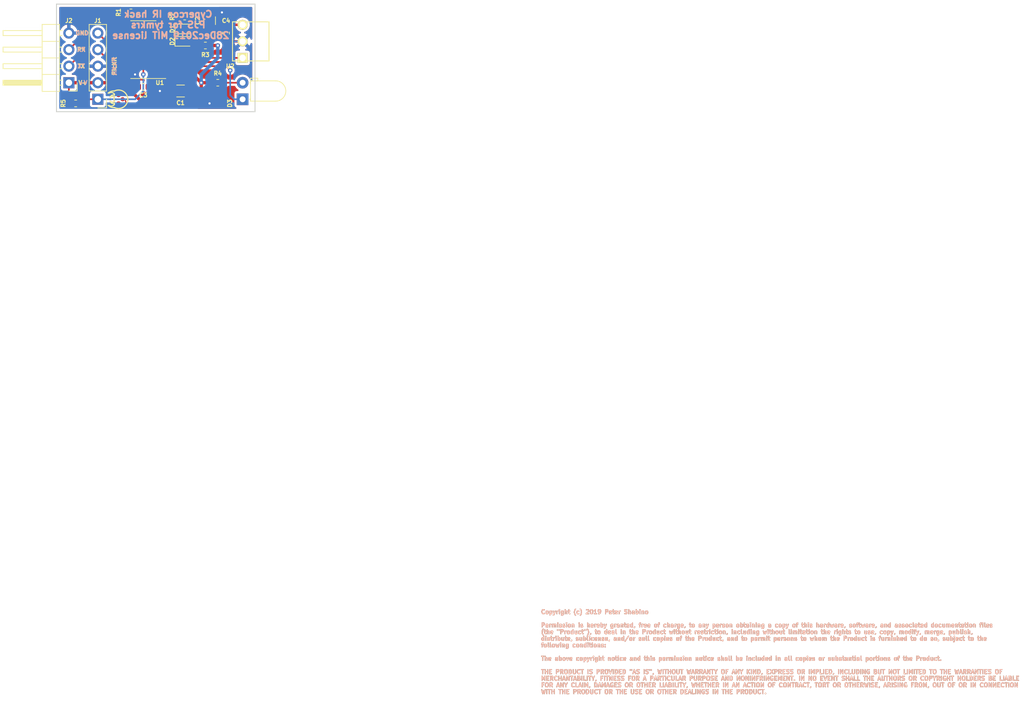
<source format=kicad_pcb>
(kicad_pcb (version 20171130) (host pcbnew "(5.1.5)-3")

  (general
    (thickness 1.6)
    (drawings 19)
    (tracks 110)
    (zones 0)
    (modules 17)
    (nets 15)
  )

  (page A4)
  (title_block
    (title "Cypercon 2020 IR hack")
    (date 2019-12-28)
    (rev V0)
    (company tymkrs)
  )

  (layers
    (0 F.Cu signal)
    (31 B.Cu signal)
    (32 B.Adhes user)
    (33 F.Adhes user)
    (34 B.Paste user)
    (35 F.Paste user)
    (36 B.SilkS user)
    (37 F.SilkS user)
    (38 B.Mask user)
    (39 F.Mask user)
    (40 Dwgs.User user)
    (41 Cmts.User user)
    (42 Eco1.User user)
    (43 Eco2.User user)
    (44 Edge.Cuts user)
    (45 Margin user)
    (46 B.CrtYd user)
    (47 F.CrtYd user)
    (48 B.Fab user)
    (49 F.Fab user)
  )

  (setup
    (last_trace_width 0.254)
    (user_trace_width 0.1778)
    (user_trace_width 0.254)
    (user_trace_width 0.3048)
    (user_trace_width 0.381)
    (user_trace_width 0.508)
    (user_trace_width 0.635)
    (user_trace_width 0.762)
    (user_trace_width 1.016)
    (trace_clearance 0.254)
    (zone_clearance 0.3556)
    (zone_45_only yes)
    (trace_min 0.1778)
    (via_size 0.69)
    (via_drill 0.3302)
    (via_min_size 0.6858)
    (via_min_drill 0.3302)
    (user_via 0.6858 0.3302)
    (user_via 0.8636 0.508)
    (user_via 1.1176 0.762)
    (user_via 1.3716 1.016)
    (uvia_size 0.508)
    (uvia_drill 0.127)
    (uvias_allowed no)
    (uvia_min_size 0.508)
    (uvia_min_drill 0.127)
    (edge_width 0.15)
    (segment_width 0.2)
    (pcb_text_width 0.3)
    (pcb_text_size 1.5 1.5)
    (mod_edge_width 0.15)
    (mod_text_size 0.508 0.508)
    (mod_text_width 0.127)
    (pad_size 1.7272 1.7272)
    (pad_drill 1.016)
    (pad_to_mask_clearance 0.0762)
    (aux_axis_origin 139.065 111.125)
    (visible_elements 7FFDDF7F)
    (pcbplotparams
      (layerselection 0x010fc_ffffffff)
      (usegerberextensions true)
      (usegerberattributes false)
      (usegerberadvancedattributes false)
      (creategerberjobfile false)
      (excludeedgelayer true)
      (linewidth 0.100000)
      (plotframeref false)
      (viasonmask false)
      (mode 1)
      (useauxorigin false)
      (hpglpennumber 1)
      (hpglpenspeed 20)
      (hpglpendiameter 15.000000)
      (psnegative false)
      (psa4output false)
      (plotreference true)
      (plotvalue false)
      (plotinvisibletext false)
      (padsonsilk false)
      (subtractmaskfromsilk true)
      (outputformat 1)
      (mirror false)
      (drillshape 0)
      (scaleselection 1)
      (outputdirectory "Gerber/"))
  )

  (net 0 "")
  (net 1 +3V3)
  (net 2 GND)
  (net 3 "Net-(D1-Pad2)")
  (net 4 "Net-(D1-Pad1)")
  (net 5 "Net-(D2-Pad2)")
  (net 6 "Net-(D2-Pad1)")
  (net 7 "Net-(D3-Pad1)")
  (net 8 "Net-(D3-Pad2)")
  (net 9 "Net-(J1-Pad1)")
  (net 10 "Net-(J1-Pad4)")
  (net 11 "Net-(J1-Pad5)")
  (net 12 TX)
  (net 13 RX)
  (net 14 "Net-(U1-Pad3)")

  (net_class Default "This is the default net class."
    (clearance 0.254)
    (trace_width 0.254)
    (via_dia 0.69)
    (via_drill 0.3302)
    (uvia_dia 0.508)
    (uvia_drill 0.127)
    (add_net +3V3)
    (add_net GND)
    (add_net "Net-(D1-Pad1)")
    (add_net "Net-(D1-Pad2)")
    (add_net "Net-(D2-Pad1)")
    (add_net "Net-(D2-Pad2)")
    (add_net "Net-(D3-Pad1)")
    (add_net "Net-(D3-Pad2)")
    (add_net "Net-(J1-Pad1)")
    (add_net "Net-(J1-Pad4)")
    (add_net "Net-(J1-Pad5)")
    (add_net "Net-(U1-Pad3)")
    (add_net RX)
    (add_net TX)
  )

  (module Capacitor_SMD:C_0603_1608Metric (layer F.Cu) (tedit 5B301BBE) (tstamp 5E088289)
    (at 161.29 78.74 270)
    (descr "Capacitor SMD 0603 (1608 Metric), square (rectangular) end terminal, IPC_7351 nominal, (Body size source: http://www.tortai-tech.com/upload/download/2011102023233369053.pdf), generated with kicad-footprint-generator")
    (tags capacitor)
    (path /5E0F7A2E)
    (attr smd)
    (fp_text reference C4 (at -1.905 0 180) (layer F.SilkS)
      (effects (font (size 0.635 0.635) (thickness 0.15)))
    )
    (fp_text value "0.1uF 0603" (at 0 1.43 90) (layer F.Fab)
      (effects (font (size 1 1) (thickness 0.15)))
    )
    (fp_text user %R (at 0 0 90) (layer F.Fab)
      (effects (font (size 0.4 0.4) (thickness 0.06)))
    )
    (fp_line (start 1.48 0.73) (end -1.48 0.73) (layer F.CrtYd) (width 0.05))
    (fp_line (start 1.48 -0.73) (end 1.48 0.73) (layer F.CrtYd) (width 0.05))
    (fp_line (start -1.48 -0.73) (end 1.48 -0.73) (layer F.CrtYd) (width 0.05))
    (fp_line (start -1.48 0.73) (end -1.48 -0.73) (layer F.CrtYd) (width 0.05))
    (fp_line (start -0.162779 0.51) (end 0.162779 0.51) (layer F.SilkS) (width 0.12))
    (fp_line (start -0.162779 -0.51) (end 0.162779 -0.51) (layer F.SilkS) (width 0.12))
    (fp_line (start 0.8 0.4) (end -0.8 0.4) (layer F.Fab) (width 0.1))
    (fp_line (start 0.8 -0.4) (end 0.8 0.4) (layer F.Fab) (width 0.1))
    (fp_line (start -0.8 -0.4) (end 0.8 -0.4) (layer F.Fab) (width 0.1))
    (fp_line (start -0.8 0.4) (end -0.8 -0.4) (layer F.Fab) (width 0.1))
    (pad 2 smd roundrect (at 0.7875 0 270) (size 0.875 0.95) (layers F.Cu F.Paste F.Mask) (roundrect_rratio 0.25)
      (net 2 GND))
    (pad 1 smd roundrect (at -0.7875 0 270) (size 0.875 0.95) (layers F.Cu F.Paste F.Mask) (roundrect_rratio 0.25)
      (net 1 +3V3))
    (model ${KISYS3DMOD}/Capacitor_SMD.3dshapes/C_0603_1608Metric.wrl
      (at (xyz 0 0 0))
      (scale (xyz 1 1 1))
      (rotate (xyz 0 0 0))
    )
  )

  (module Capacitor_SMD:C_0603_1608Metric (layer F.Cu) (tedit 5B301BBE) (tstamp 5E088278)
    (at 148.59 86.995 180)
    (descr "Capacitor SMD 0603 (1608 Metric), square (rectangular) end terminal, IPC_7351 nominal, (Body size source: http://www.tortai-tech.com/upload/download/2011102023233369053.pdf), generated with kicad-footprint-generator")
    (tags capacitor)
    (path /5E0F74BF)
    (attr smd)
    (fp_text reference C3 (at 0 -1.27) (layer F.SilkS)
      (effects (font (size 0.635 0.635) (thickness 0.15)))
    )
    (fp_text value "0.1uF 0603" (at 0 1.43) (layer F.Fab)
      (effects (font (size 1 1) (thickness 0.15)))
    )
    (fp_text user %R (at 0 0) (layer F.Fab)
      (effects (font (size 0.4 0.4) (thickness 0.06)))
    )
    (fp_line (start 1.48 0.73) (end -1.48 0.73) (layer F.CrtYd) (width 0.05))
    (fp_line (start 1.48 -0.73) (end 1.48 0.73) (layer F.CrtYd) (width 0.05))
    (fp_line (start -1.48 -0.73) (end 1.48 -0.73) (layer F.CrtYd) (width 0.05))
    (fp_line (start -1.48 0.73) (end -1.48 -0.73) (layer F.CrtYd) (width 0.05))
    (fp_line (start -0.162779 0.51) (end 0.162779 0.51) (layer F.SilkS) (width 0.12))
    (fp_line (start -0.162779 -0.51) (end 0.162779 -0.51) (layer F.SilkS) (width 0.12))
    (fp_line (start 0.8 0.4) (end -0.8 0.4) (layer F.Fab) (width 0.1))
    (fp_line (start 0.8 -0.4) (end 0.8 0.4) (layer F.Fab) (width 0.1))
    (fp_line (start -0.8 -0.4) (end 0.8 -0.4) (layer F.Fab) (width 0.1))
    (fp_line (start -0.8 0.4) (end -0.8 -0.4) (layer F.Fab) (width 0.1))
    (pad 2 smd roundrect (at 0.7875 0 180) (size 0.875 0.95) (layers F.Cu F.Paste F.Mask) (roundrect_rratio 0.25)
      (net 2 GND))
    (pad 1 smd roundrect (at -0.7875 0 180) (size 0.875 0.95) (layers F.Cu F.Paste F.Mask) (roundrect_rratio 0.25)
      (net 1 +3V3))
    (model ${KISYS3DMOD}/Capacitor_SMD.3dshapes/C_0603_1608Metric.wrl
      (at (xyz 0 0 0))
      (scale (xyz 1 1 1))
      (rotate (xyz 0 0 0))
    )
  )

  (module Package_SO:SOIC-14_3.9x8.7mm_P1.27mm (layer F.Cu) (tedit 5D9F72B1) (tstamp 5E07E802)
    (at 148.59 81.28 180)
    (descr "SOIC, 14 Pin (JEDEC MS-012AB, https://www.analog.com/media/en/package-pcb-resources/package/pkg_pdf/soic_narrow-r/r_14.pdf), generated with kicad-footprint-generator ipc_gullwing_generator.py")
    (tags "SOIC SO")
    (path /5E0B91A9)
    (attr smd)
    (fp_text reference U1 (at -2.54 -5.08) (layer F.SilkS)
      (effects (font (size 0.635 0.635) (thickness 0.15)))
    )
    (fp_text value PIC16F15324 (at 0 5.28) (layer F.Fab)
      (effects (font (size 1 1) (thickness 0.15)))
    )
    (fp_text user %R (at 0 0) (layer F.Fab)
      (effects (font (size 0.635 0.635) (thickness 0.15)))
    )
    (fp_line (start 3.7 -4.58) (end -3.7 -4.58) (layer F.CrtYd) (width 0.05))
    (fp_line (start 3.7 4.58) (end 3.7 -4.58) (layer F.CrtYd) (width 0.05))
    (fp_line (start -3.7 4.58) (end 3.7 4.58) (layer F.CrtYd) (width 0.05))
    (fp_line (start -3.7 -4.58) (end -3.7 4.58) (layer F.CrtYd) (width 0.05))
    (fp_line (start -1.95 -3.35) (end -0.975 -4.325) (layer F.Fab) (width 0.1))
    (fp_line (start -1.95 4.325) (end -1.95 -3.35) (layer F.Fab) (width 0.1))
    (fp_line (start 1.95 4.325) (end -1.95 4.325) (layer F.Fab) (width 0.1))
    (fp_line (start 1.95 -4.325) (end 1.95 4.325) (layer F.Fab) (width 0.1))
    (fp_line (start -0.975 -4.325) (end 1.95 -4.325) (layer F.Fab) (width 0.1))
    (fp_line (start 0 -4.435) (end -3.45 -4.435) (layer F.SilkS) (width 0.12))
    (fp_line (start 0 -4.435) (end 1.95 -4.435) (layer F.SilkS) (width 0.12))
    (fp_line (start 0 4.435) (end -1.95 4.435) (layer F.SilkS) (width 0.12))
    (fp_line (start 0 4.435) (end 1.95 4.435) (layer F.SilkS) (width 0.12))
    (pad 14 smd roundrect (at 2.475 -3.81 180) (size 1.95 0.6) (layers F.Cu F.Paste F.Mask) (roundrect_rratio 0.25)
      (net 2 GND))
    (pad 13 smd roundrect (at 2.475 -2.54 180) (size 1.95 0.6) (layers F.Cu F.Paste F.Mask) (roundrect_rratio 0.25)
      (net 10 "Net-(J1-Pad4)"))
    (pad 12 smd roundrect (at 2.475 -1.27 180) (size 1.95 0.6) (layers F.Cu F.Paste F.Mask) (roundrect_rratio 0.25)
      (net 11 "Net-(J1-Pad5)"))
    (pad 11 smd roundrect (at 2.475 0 180) (size 1.95 0.6) (layers F.Cu F.Paste F.Mask) (roundrect_rratio 0.25))
    (pad 10 smd roundrect (at 2.475 1.27 180) (size 1.95 0.6) (layers F.Cu F.Paste F.Mask) (roundrect_rratio 0.25)
      (net 12 TX))
    (pad 9 smd roundrect (at 2.475 2.54 180) (size 1.95 0.6) (layers F.Cu F.Paste F.Mask) (roundrect_rratio 0.25)
      (net 13 RX))
    (pad 8 smd roundrect (at 2.475 3.81 180) (size 1.95 0.6) (layers F.Cu F.Paste F.Mask) (roundrect_rratio 0.25))
    (pad 7 smd roundrect (at -2.475 3.81 180) (size 1.95 0.6) (layers F.Cu F.Paste F.Mask) (roundrect_rratio 0.25))
    (pad 6 smd roundrect (at -2.475 2.54 180) (size 1.95 0.6) (layers F.Cu F.Paste F.Mask) (roundrect_rratio 0.25)
      (net 4 "Net-(D1-Pad1)"))
    (pad 5 smd roundrect (at -2.475 1.27 180) (size 1.95 0.6) (layers F.Cu F.Paste F.Mask) (roundrect_rratio 0.25)
      (net 6 "Net-(D2-Pad1)"))
    (pad 4 smd roundrect (at -2.475 0 180) (size 1.95 0.6) (layers F.Cu F.Paste F.Mask) (roundrect_rratio 0.25)
      (net 9 "Net-(J1-Pad1)"))
    (pad 3 smd roundrect (at -2.475 -1.27 180) (size 1.95 0.6) (layers F.Cu F.Paste F.Mask) (roundrect_rratio 0.25)
      (net 14 "Net-(U1-Pad3)"))
    (pad 2 smd roundrect (at -2.475 -2.54 180) (size 1.95 0.6) (layers F.Cu F.Paste F.Mask) (roundrect_rratio 0.25)
      (net 7 "Net-(D3-Pad1)"))
    (pad 1 smd roundrect (at -2.475 -3.81 180) (size 1.95 0.6) (layers F.Cu F.Paste F.Mask) (roundrect_rratio 0.25)
      (net 1 +3V3))
    (model ${KISYS3DMOD}/Package_SO.3dshapes/SOIC-14_3.9x8.7mm_P1.27mm.wrl
      (at (xyz 0 0 0))
      (scale (xyz 1 1 1))
      (rotate (xyz 0 0 0))
    )
  )

  (module Resistor_SMD:R_0603_1608Metric (layer F.Cu) (tedit 5B301BBD) (tstamp 5E07F71E)
    (at 138.2015 89.535 180)
    (descr "Resistor SMD 0603 (1608 Metric), square (rectangular) end terminal, IPC_7351 nominal, (Body size source: http://www.tortai-tech.com/upload/download/2011102023233369053.pdf), generated with kicad-footprint-generator")
    (tags resistor)
    (path /5E130095)
    (attr smd)
    (fp_text reference R5 (at 1.905 0 90) (layer F.SilkS)
      (effects (font (size 0.635 0.635) (thickness 0.15)))
    )
    (fp_text value 100k (at 0 1.43) (layer F.Fab)
      (effects (font (size 1 1) (thickness 0.15)))
    )
    (fp_text user %R (at 0 0) (layer F.Fab)
      (effects (font (size 0.635 0.635) (thickness 0.06)))
    )
    (fp_line (start 1.48 0.73) (end -1.48 0.73) (layer F.CrtYd) (width 0.05))
    (fp_line (start 1.48 -0.73) (end 1.48 0.73) (layer F.CrtYd) (width 0.05))
    (fp_line (start -1.48 -0.73) (end 1.48 -0.73) (layer F.CrtYd) (width 0.05))
    (fp_line (start -1.48 0.73) (end -1.48 -0.73) (layer F.CrtYd) (width 0.05))
    (fp_line (start -0.162779 0.51) (end 0.162779 0.51) (layer F.SilkS) (width 0.12))
    (fp_line (start -0.162779 -0.51) (end 0.162779 -0.51) (layer F.SilkS) (width 0.12))
    (fp_line (start 0.8 0.4) (end -0.8 0.4) (layer F.Fab) (width 0.1))
    (fp_line (start 0.8 -0.4) (end 0.8 0.4) (layer F.Fab) (width 0.1))
    (fp_line (start -0.8 -0.4) (end 0.8 -0.4) (layer F.Fab) (width 0.1))
    (fp_line (start -0.8 0.4) (end -0.8 -0.4) (layer F.Fab) (width 0.1))
    (pad 2 smd roundrect (at 0.7875 0 180) (size 0.875 0.95) (layers F.Cu F.Paste F.Mask) (roundrect_rratio 0.25)
      (net 1 +3V3))
    (pad 1 smd roundrect (at -0.7875 0 180) (size 0.875 0.95) (layers F.Cu F.Paste F.Mask) (roundrect_rratio 0.25)
      (net 9 "Net-(J1-Pad1)"))
    (model ${KISYS3DMOD}/Resistor_SMD.3dshapes/R_0603_1608Metric.wrl
      (at (xyz 0 0 0))
      (scale (xyz 1 1 1))
      (rotate (xyz 0 0 0))
    )
  )

  (module Resistor_SMD:R_0603_1608Metric (layer F.Cu) (tedit 5B301BBD) (tstamp 5E07FDB7)
    (at 160.02 86.36)
    (descr "Resistor SMD 0603 (1608 Metric), square (rectangular) end terminal, IPC_7351 nominal, (Body size source: http://www.tortai-tech.com/upload/download/2011102023233369053.pdf), generated with kicad-footprint-generator")
    (tags resistor)
    (path /5E0CF40D)
    (attr smd)
    (fp_text reference R4 (at 0 -1.43) (layer F.SilkS)
      (effects (font (size 0.635 0.635) (thickness 0.15)))
    )
    (fp_text value "27 0805" (at 0 1.43) (layer F.Fab)
      (effects (font (size 1 1) (thickness 0.15)))
    )
    (fp_text user %R (at 0 0) (layer F.Fab)
      (effects (font (size 0.635 0.635) (thickness 0.06)))
    )
    (fp_line (start 1.48 0.73) (end -1.48 0.73) (layer F.CrtYd) (width 0.05))
    (fp_line (start 1.48 -0.73) (end 1.48 0.73) (layer F.CrtYd) (width 0.05))
    (fp_line (start -1.48 -0.73) (end 1.48 -0.73) (layer F.CrtYd) (width 0.05))
    (fp_line (start -1.48 0.73) (end -1.48 -0.73) (layer F.CrtYd) (width 0.05))
    (fp_line (start -0.162779 0.51) (end 0.162779 0.51) (layer F.SilkS) (width 0.12))
    (fp_line (start -0.162779 -0.51) (end 0.162779 -0.51) (layer F.SilkS) (width 0.12))
    (fp_line (start 0.8 0.4) (end -0.8 0.4) (layer F.Fab) (width 0.1))
    (fp_line (start 0.8 -0.4) (end 0.8 0.4) (layer F.Fab) (width 0.1))
    (fp_line (start -0.8 -0.4) (end 0.8 -0.4) (layer F.Fab) (width 0.1))
    (fp_line (start -0.8 0.4) (end -0.8 -0.4) (layer F.Fab) (width 0.1))
    (pad 2 smd roundrect (at 0.7875 0) (size 0.875 0.95) (layers F.Cu F.Paste F.Mask) (roundrect_rratio 0.25)
      (net 8 "Net-(D3-Pad2)"))
    (pad 1 smd roundrect (at -0.7875 0) (size 0.875 0.95) (layers F.Cu F.Paste F.Mask) (roundrect_rratio 0.25)
      (net 1 +3V3))
    (model ${KISYS3DMOD}/Resistor_SMD.3dshapes/R_0603_1608Metric.wrl
      (at (xyz 0 0 0))
      (scale (xyz 1 1 1))
      (rotate (xyz 0 0 0))
    )
  )

  (module Resistor_SMD:R_0603_1608Metric (layer F.Cu) (tedit 5B301BBD) (tstamp 5E07D91B)
    (at 158.115 80.645 180)
    (descr "Resistor SMD 0603 (1608 Metric), square (rectangular) end terminal, IPC_7351 nominal, (Body size source: http://www.tortai-tech.com/upload/download/2011102023233369053.pdf), generated with kicad-footprint-generator")
    (tags resistor)
    (path /5E0AB30F)
    (attr smd)
    (fp_text reference R3 (at 0 -1.43) (layer F.SilkS)
      (effects (font (size 0.635 0.635) (thickness 0.15)))
    )
    (fp_text value 2k (at 0 1.43) (layer F.Fab)
      (effects (font (size 1 1) (thickness 0.15)))
    )
    (fp_text user %R (at 0 0) (layer F.Fab)
      (effects (font (size 0.635 0.635) (thickness 0.06)))
    )
    (fp_line (start 1.48 0.73) (end -1.48 0.73) (layer F.CrtYd) (width 0.05))
    (fp_line (start 1.48 -0.73) (end 1.48 0.73) (layer F.CrtYd) (width 0.05))
    (fp_line (start -1.48 -0.73) (end 1.48 -0.73) (layer F.CrtYd) (width 0.05))
    (fp_line (start -1.48 0.73) (end -1.48 -0.73) (layer F.CrtYd) (width 0.05))
    (fp_line (start -0.162779 0.51) (end 0.162779 0.51) (layer F.SilkS) (width 0.12))
    (fp_line (start -0.162779 -0.51) (end 0.162779 -0.51) (layer F.SilkS) (width 0.12))
    (fp_line (start 0.8 0.4) (end -0.8 0.4) (layer F.Fab) (width 0.1))
    (fp_line (start 0.8 -0.4) (end 0.8 0.4) (layer F.Fab) (width 0.1))
    (fp_line (start -0.8 -0.4) (end 0.8 -0.4) (layer F.Fab) (width 0.1))
    (fp_line (start -0.8 0.4) (end -0.8 -0.4) (layer F.Fab) (width 0.1))
    (pad 2 smd roundrect (at 0.7875 0 180) (size 0.875 0.95) (layers F.Cu F.Paste F.Mask) (roundrect_rratio 0.25)
      (net 5 "Net-(D2-Pad2)"))
    (pad 1 smd roundrect (at -0.7875 0 180) (size 0.875 0.95) (layers F.Cu F.Paste F.Mask) (roundrect_rratio 0.25)
      (net 1 +3V3))
    (model ${KISYS3DMOD}/Resistor_SMD.3dshapes/R_0603_1608Metric.wrl
      (at (xyz 0 0 0))
      (scale (xyz 1 1 1))
      (rotate (xyz 0 0 0))
    )
  )

  (module Resistor_SMD:R_0603_1608Metric (layer F.Cu) (tedit 5B301BBD) (tstamp 5E07E7C0)
    (at 154.94 76.2)
    (descr "Resistor SMD 0603 (1608 Metric), square (rectangular) end terminal, IPC_7351 nominal, (Body size source: http://www.tortai-tech.com/upload/download/2011102023233369053.pdf), generated with kicad-footprint-generator")
    (tags resistor)
    (path /5E0A9061)
    (attr smd)
    (fp_text reference R2 (at -1.905 0 90) (layer F.SilkS)
      (effects (font (size 0.635 0.635) (thickness 0.15)))
    )
    (fp_text value 2k (at 0 1.43) (layer F.Fab)
      (effects (font (size 1 1) (thickness 0.15)))
    )
    (fp_text user %R (at 0 0) (layer F.Fab)
      (effects (font (size 0.635 0.635) (thickness 0.06)))
    )
    (fp_line (start 1.48 0.73) (end -1.48 0.73) (layer F.CrtYd) (width 0.05))
    (fp_line (start 1.48 -0.73) (end 1.48 0.73) (layer F.CrtYd) (width 0.05))
    (fp_line (start -1.48 -0.73) (end 1.48 -0.73) (layer F.CrtYd) (width 0.05))
    (fp_line (start -1.48 0.73) (end -1.48 -0.73) (layer F.CrtYd) (width 0.05))
    (fp_line (start -0.162779 0.51) (end 0.162779 0.51) (layer F.SilkS) (width 0.12))
    (fp_line (start -0.162779 -0.51) (end 0.162779 -0.51) (layer F.SilkS) (width 0.12))
    (fp_line (start 0.8 0.4) (end -0.8 0.4) (layer F.Fab) (width 0.1))
    (fp_line (start 0.8 -0.4) (end 0.8 0.4) (layer F.Fab) (width 0.1))
    (fp_line (start -0.8 -0.4) (end 0.8 -0.4) (layer F.Fab) (width 0.1))
    (fp_line (start -0.8 0.4) (end -0.8 -0.4) (layer F.Fab) (width 0.1))
    (pad 2 smd roundrect (at 0.7875 0) (size 0.875 0.95) (layers F.Cu F.Paste F.Mask) (roundrect_rratio 0.25)
      (net 3 "Net-(D1-Pad2)"))
    (pad 1 smd roundrect (at -0.7875 0) (size 0.875 0.95) (layers F.Cu F.Paste F.Mask) (roundrect_rratio 0.25)
      (net 1 +3V3))
    (model ${KISYS3DMOD}/Resistor_SMD.3dshapes/R_0603_1608Metric.wrl
      (at (xyz 0 0 0))
      (scale (xyz 1 1 1))
      (rotate (xyz 0 0 0))
    )
  )

  (module Resistor_SMD:R_0603_1608Metric (layer F.Cu) (tedit 5B301BBD) (tstamp 5E07E6E8)
    (at 146.685 75.565)
    (descr "Resistor SMD 0603 (1608 Metric), square (rectangular) end terminal, IPC_7351 nominal, (Body size source: http://www.tortai-tech.com/upload/download/2011102023233369053.pdf), generated with kicad-footprint-generator")
    (tags resistor)
    (path /5E0EE824)
    (attr smd)
    (fp_text reference R1 (at -1.905 0 90) (layer F.SilkS)
      (effects (font (size 0.635 0.635) (thickness 0.15)))
    )
    (fp_text value 10k (at 0 1.43) (layer F.Fab)
      (effects (font (size 1 1) (thickness 0.15)))
    )
    (fp_text user %R (at 0 0) (layer F.Fab)
      (effects (font (size 0.635 0.635) (thickness 0.06)))
    )
    (fp_line (start 1.48 0.73) (end -1.48 0.73) (layer F.CrtYd) (width 0.05))
    (fp_line (start 1.48 -0.73) (end 1.48 0.73) (layer F.CrtYd) (width 0.05))
    (fp_line (start -1.48 -0.73) (end 1.48 -0.73) (layer F.CrtYd) (width 0.05))
    (fp_line (start -1.48 0.73) (end -1.48 -0.73) (layer F.CrtYd) (width 0.05))
    (fp_line (start -0.162779 0.51) (end 0.162779 0.51) (layer F.SilkS) (width 0.12))
    (fp_line (start -0.162779 -0.51) (end 0.162779 -0.51) (layer F.SilkS) (width 0.12))
    (fp_line (start 0.8 0.4) (end -0.8 0.4) (layer F.Fab) (width 0.1))
    (fp_line (start 0.8 -0.4) (end 0.8 0.4) (layer F.Fab) (width 0.1))
    (fp_line (start -0.8 -0.4) (end 0.8 -0.4) (layer F.Fab) (width 0.1))
    (fp_line (start -0.8 0.4) (end -0.8 -0.4) (layer F.Fab) (width 0.1))
    (pad 2 smd roundrect (at 0.7875 0) (size 0.875 0.95) (layers F.Cu F.Paste F.Mask) (roundrect_rratio 0.25)
      (net 1 +3V3))
    (pad 1 smd roundrect (at -0.7875 0) (size 0.875 0.95) (layers F.Cu F.Paste F.Mask) (roundrect_rratio 0.25)
      (net 13 RX))
    (model ${KISYS3DMOD}/Resistor_SMD.3dshapes/R_0603_1608Metric.wrl
      (at (xyz 0 0 0))
      (scale (xyz 1 1 1))
      (rotate (xyz 0 0 0))
    )
  )

  (module Connector_PinHeader_2.54mm:PinHeader_1x04_P2.54mm_Horizontal (layer F.Cu) (tedit 59FED5CB) (tstamp 5E07D912)
    (at 137.16 86.36 180)
    (descr "Through hole angled pin header, 1x04, 2.54mm pitch, 6mm pin length, single row")
    (tags "Through hole angled pin header THT 1x04 2.54mm single row")
    (path /5E0A43CA)
    (fp_text reference J2 (at 0 9.525) (layer F.SilkS)
      (effects (font (size 0.635 0.635) (thickness 0.15)))
    )
    (fp_text value IO (at 4.385 9.89) (layer F.Fab)
      (effects (font (size 1 1) (thickness 0.15)))
    )
    (fp_text user %R (at 2.77 3.81 90) (layer F.Fab)
      (effects (font (size 0.635 0.635) (thickness 0.15)))
    )
    (fp_line (start 10.55 -1.8) (end -1.8 -1.8) (layer F.CrtYd) (width 0.05))
    (fp_line (start 10.55 9.4) (end 10.55 -1.8) (layer F.CrtYd) (width 0.05))
    (fp_line (start -1.8 9.4) (end 10.55 9.4) (layer F.CrtYd) (width 0.05))
    (fp_line (start -1.8 -1.8) (end -1.8 9.4) (layer F.CrtYd) (width 0.05))
    (fp_line (start -1.27 -1.27) (end 0 -1.27) (layer F.SilkS) (width 0.12))
    (fp_line (start -1.27 0) (end -1.27 -1.27) (layer F.SilkS) (width 0.12))
    (fp_line (start 1.042929 8) (end 1.44 8) (layer F.SilkS) (width 0.12))
    (fp_line (start 1.042929 7.24) (end 1.44 7.24) (layer F.SilkS) (width 0.12))
    (fp_line (start 10.1 8) (end 4.1 8) (layer F.SilkS) (width 0.12))
    (fp_line (start 10.1 7.24) (end 10.1 8) (layer F.SilkS) (width 0.12))
    (fp_line (start 4.1 7.24) (end 10.1 7.24) (layer F.SilkS) (width 0.12))
    (fp_line (start 1.44 6.35) (end 4.1 6.35) (layer F.SilkS) (width 0.12))
    (fp_line (start 1.042929 5.46) (end 1.44 5.46) (layer F.SilkS) (width 0.12))
    (fp_line (start 1.042929 4.7) (end 1.44 4.7) (layer F.SilkS) (width 0.12))
    (fp_line (start 10.1 5.46) (end 4.1 5.46) (layer F.SilkS) (width 0.12))
    (fp_line (start 10.1 4.7) (end 10.1 5.46) (layer F.SilkS) (width 0.12))
    (fp_line (start 4.1 4.7) (end 10.1 4.7) (layer F.SilkS) (width 0.12))
    (fp_line (start 1.44 3.81) (end 4.1 3.81) (layer F.SilkS) (width 0.12))
    (fp_line (start 1.042929 2.92) (end 1.44 2.92) (layer F.SilkS) (width 0.12))
    (fp_line (start 1.042929 2.16) (end 1.44 2.16) (layer F.SilkS) (width 0.12))
    (fp_line (start 10.1 2.92) (end 4.1 2.92) (layer F.SilkS) (width 0.12))
    (fp_line (start 10.1 2.16) (end 10.1 2.92) (layer F.SilkS) (width 0.12))
    (fp_line (start 4.1 2.16) (end 10.1 2.16) (layer F.SilkS) (width 0.12))
    (fp_line (start 1.44 1.27) (end 4.1 1.27) (layer F.SilkS) (width 0.12))
    (fp_line (start 1.11 0.38) (end 1.44 0.38) (layer F.SilkS) (width 0.12))
    (fp_line (start 1.11 -0.38) (end 1.44 -0.38) (layer F.SilkS) (width 0.12))
    (fp_line (start 4.1 0.28) (end 10.1 0.28) (layer F.SilkS) (width 0.12))
    (fp_line (start 4.1 0.16) (end 10.1 0.16) (layer F.SilkS) (width 0.12))
    (fp_line (start 4.1 0.04) (end 10.1 0.04) (layer F.SilkS) (width 0.12))
    (fp_line (start 4.1 -0.08) (end 10.1 -0.08) (layer F.SilkS) (width 0.12))
    (fp_line (start 4.1 -0.2) (end 10.1 -0.2) (layer F.SilkS) (width 0.12))
    (fp_line (start 4.1 -0.32) (end 10.1 -0.32) (layer F.SilkS) (width 0.12))
    (fp_line (start 10.1 0.38) (end 4.1 0.38) (layer F.SilkS) (width 0.12))
    (fp_line (start 10.1 -0.38) (end 10.1 0.38) (layer F.SilkS) (width 0.12))
    (fp_line (start 4.1 -0.38) (end 10.1 -0.38) (layer F.SilkS) (width 0.12))
    (fp_line (start 4.1 -1.33) (end 1.44 -1.33) (layer F.SilkS) (width 0.12))
    (fp_line (start 4.1 8.95) (end 4.1 -1.33) (layer F.SilkS) (width 0.12))
    (fp_line (start 1.44 8.95) (end 4.1 8.95) (layer F.SilkS) (width 0.12))
    (fp_line (start 1.44 -1.33) (end 1.44 8.95) (layer F.SilkS) (width 0.12))
    (fp_line (start 4.04 7.94) (end 10.04 7.94) (layer F.Fab) (width 0.1))
    (fp_line (start 10.04 7.3) (end 10.04 7.94) (layer F.Fab) (width 0.1))
    (fp_line (start 4.04 7.3) (end 10.04 7.3) (layer F.Fab) (width 0.1))
    (fp_line (start -0.32 7.94) (end 1.5 7.94) (layer F.Fab) (width 0.1))
    (fp_line (start -0.32 7.3) (end -0.32 7.94) (layer F.Fab) (width 0.1))
    (fp_line (start -0.32 7.3) (end 1.5 7.3) (layer F.Fab) (width 0.1))
    (fp_line (start 4.04 5.4) (end 10.04 5.4) (layer F.Fab) (width 0.1))
    (fp_line (start 10.04 4.76) (end 10.04 5.4) (layer F.Fab) (width 0.1))
    (fp_line (start 4.04 4.76) (end 10.04 4.76) (layer F.Fab) (width 0.1))
    (fp_line (start -0.32 5.4) (end 1.5 5.4) (layer F.Fab) (width 0.1))
    (fp_line (start -0.32 4.76) (end -0.32 5.4) (layer F.Fab) (width 0.1))
    (fp_line (start -0.32 4.76) (end 1.5 4.76) (layer F.Fab) (width 0.1))
    (fp_line (start 4.04 2.86) (end 10.04 2.86) (layer F.Fab) (width 0.1))
    (fp_line (start 10.04 2.22) (end 10.04 2.86) (layer F.Fab) (width 0.1))
    (fp_line (start 4.04 2.22) (end 10.04 2.22) (layer F.Fab) (width 0.1))
    (fp_line (start -0.32 2.86) (end 1.5 2.86) (layer F.Fab) (width 0.1))
    (fp_line (start -0.32 2.22) (end -0.32 2.86) (layer F.Fab) (width 0.1))
    (fp_line (start -0.32 2.22) (end 1.5 2.22) (layer F.Fab) (width 0.1))
    (fp_line (start 4.04 0.32) (end 10.04 0.32) (layer F.Fab) (width 0.1))
    (fp_line (start 10.04 -0.32) (end 10.04 0.32) (layer F.Fab) (width 0.1))
    (fp_line (start 4.04 -0.32) (end 10.04 -0.32) (layer F.Fab) (width 0.1))
    (fp_line (start -0.32 0.32) (end 1.5 0.32) (layer F.Fab) (width 0.1))
    (fp_line (start -0.32 -0.32) (end -0.32 0.32) (layer F.Fab) (width 0.1))
    (fp_line (start -0.32 -0.32) (end 1.5 -0.32) (layer F.Fab) (width 0.1))
    (fp_line (start 1.5 -0.635) (end 2.135 -1.27) (layer F.Fab) (width 0.1))
    (fp_line (start 1.5 8.89) (end 1.5 -0.635) (layer F.Fab) (width 0.1))
    (fp_line (start 4.04 8.89) (end 1.5 8.89) (layer F.Fab) (width 0.1))
    (fp_line (start 4.04 -1.27) (end 4.04 8.89) (layer F.Fab) (width 0.1))
    (fp_line (start 2.135 -1.27) (end 4.04 -1.27) (layer F.Fab) (width 0.1))
    (pad 4 thru_hole oval (at 0 7.62 180) (size 1.7 1.7) (drill 1) (layers *.Cu *.Mask)
      (net 2 GND))
    (pad 3 thru_hole oval (at 0 5.08 180) (size 1.7 1.7) (drill 1) (layers *.Cu *.Mask)
      (net 13 RX))
    (pad 2 thru_hole oval (at 0 2.54 180) (size 1.7 1.7) (drill 1) (layers *.Cu *.Mask)
      (net 12 TX))
    (pad 1 thru_hole rect (at 0 0 180) (size 1.7 1.7) (drill 1) (layers *.Cu *.Mask)
      (net 1 +3V3))
    (model ${KISYS3DMOD}/Connector_PinHeader_2.54mm.3dshapes/PinHeader_1x04_P2.54mm_Horizontal.wrl
      (at (xyz 0 0 0))
      (scale (xyz 1 1 1))
      (rotate (xyz 0 0 0))
    )
  )

  (module Connector_PinHeader_2.54mm:PinHeader_1x05_P2.54mm_Vertical (layer F.Cu) (tedit 59FED5CC) (tstamp 5E07D90F)
    (at 141.605 88.9 180)
    (descr "Through hole straight pin header, 1x05, 2.54mm pitch, single row")
    (tags "Through hole pin header THT 1x05 2.54mm single row")
    (path /5E0A2978)
    (fp_text reference J1 (at 0 12.065) (layer F.SilkS)
      (effects (font (size 0.635 0.635) (thickness 0.15)))
    )
    (fp_text value PicKit (at 0 12.49) (layer F.Fab)
      (effects (font (size 1 1) (thickness 0.15)))
    )
    (fp_text user %R (at 0 5.08 90) (layer F.Fab)
      (effects (font (size 0.635 0.635) (thickness 0.15)))
    )
    (fp_line (start 1.8 -1.8) (end -1.8 -1.8) (layer F.CrtYd) (width 0.05))
    (fp_line (start 1.8 11.95) (end 1.8 -1.8) (layer F.CrtYd) (width 0.05))
    (fp_line (start -1.8 11.95) (end 1.8 11.95) (layer F.CrtYd) (width 0.05))
    (fp_line (start -1.8 -1.8) (end -1.8 11.95) (layer F.CrtYd) (width 0.05))
    (fp_line (start -1.33 -1.33) (end 0 -1.33) (layer F.SilkS) (width 0.12))
    (fp_line (start -1.33 0) (end -1.33 -1.33) (layer F.SilkS) (width 0.12))
    (fp_line (start -1.33 1.27) (end 1.33 1.27) (layer F.SilkS) (width 0.12))
    (fp_line (start 1.33 1.27) (end 1.33 11.49) (layer F.SilkS) (width 0.12))
    (fp_line (start -1.33 1.27) (end -1.33 11.49) (layer F.SilkS) (width 0.12))
    (fp_line (start -1.33 11.49) (end 1.33 11.49) (layer F.SilkS) (width 0.12))
    (fp_line (start -1.27 -0.635) (end -0.635 -1.27) (layer F.Fab) (width 0.1))
    (fp_line (start -1.27 11.43) (end -1.27 -0.635) (layer F.Fab) (width 0.1))
    (fp_line (start 1.27 11.43) (end -1.27 11.43) (layer F.Fab) (width 0.1))
    (fp_line (start 1.27 -1.27) (end 1.27 11.43) (layer F.Fab) (width 0.1))
    (fp_line (start -0.635 -1.27) (end 1.27 -1.27) (layer F.Fab) (width 0.1))
    (pad 5 thru_hole oval (at 0 10.16 180) (size 1.7 1.7) (drill 1) (layers *.Cu *.Mask)
      (net 11 "Net-(J1-Pad5)"))
    (pad 4 thru_hole oval (at 0 7.62 180) (size 1.7 1.7) (drill 1) (layers *.Cu *.Mask)
      (net 10 "Net-(J1-Pad4)"))
    (pad 3 thru_hole oval (at 0 5.08 180) (size 1.7 1.7) (drill 1) (layers *.Cu *.Mask)
      (net 2 GND))
    (pad 2 thru_hole oval (at 0 2.54 180) (size 1.7 1.7) (drill 1) (layers *.Cu *.Mask)
      (net 1 +3V3))
    (pad 1 thru_hole rect (at 0 0 180) (size 1.7 1.7) (drill 1) (layers *.Cu *.Mask)
      (net 9 "Net-(J1-Pad1)"))
    (model ${KISYS3DMOD}/Connector_PinHeader_2.54mm.3dshapes/PinHeader_1x05_P2.54mm_Vertical.wrl
      (at (xyz 0 0 0))
      (scale (xyz 1 1 1))
      (rotate (xyz 0 0 0))
    )
  )

  (module LED_THT:LED_D3.0mm_Horizontal_O1.27mm_Z2.0mm_Clear (layer F.Cu) (tedit 5A6C9E1C) (tstamp 5E07D8E4)
    (at 163.83 88.9 90)
    (descr "LED, diameter 3.0mm z-position of LED center 2.0mm, 2 pins")
    (tags "LED diameter 3.0mm z-position of LED center 2.0mm 2 pins")
    (path /5E0CD43A)
    (fp_text reference D3 (at -0.635 -1.96 90) (layer F.SilkS)
      (effects (font (size 0.635 0.635) (thickness 0.15)))
    )
    (fp_text value IR204 (at 1.27 7.63 90) (layer F.Fab)
      (effects (font (size 1 1) (thickness 0.15)))
    )
    (fp_arc (start 1.27 5.07) (end -0.29 5.07) (angle -180) (layer F.SilkS) (width 0.12))
    (fp_arc (start 1.27 5.07) (end -0.23 5.07) (angle -180) (layer F.Fab) (width 0.1))
    (fp_line (start 3.75 -1.25) (end -1.25 -1.25) (layer F.CrtYd) (width 0.05))
    (fp_line (start 3.75 6.9) (end 3.75 -1.25) (layer F.CrtYd) (width 0.05))
    (fp_line (start -1.25 6.9) (end 3.75 6.9) (layer F.CrtYd) (width 0.05))
    (fp_line (start -1.25 -1.25) (end -1.25 6.9) (layer F.CrtYd) (width 0.05))
    (fp_line (start 2.54 1.08) (end 2.54 1.08) (layer F.SilkS) (width 0.12))
    (fp_line (start 2.54 1.21) (end 2.54 1.08) (layer F.SilkS) (width 0.12))
    (fp_line (start 2.54 1.21) (end 2.54 1.21) (layer F.SilkS) (width 0.12))
    (fp_line (start 2.54 1.08) (end 2.54 1.21) (layer F.SilkS) (width 0.12))
    (fp_line (start 0 1.08) (end 0 1.08) (layer F.SilkS) (width 0.12))
    (fp_line (start 0 1.21) (end 0 1.08) (layer F.SilkS) (width 0.12))
    (fp_line (start 0 1.21) (end 0 1.21) (layer F.SilkS) (width 0.12))
    (fp_line (start 0 1.08) (end 0 1.21) (layer F.SilkS) (width 0.12))
    (fp_line (start 2.83 1.21) (end 3.23 1.21) (layer F.SilkS) (width 0.12))
    (fp_line (start 2.83 2.33) (end 2.83 1.21) (layer F.SilkS) (width 0.12))
    (fp_line (start 3.23 2.33) (end 2.83 2.33) (layer F.SilkS) (width 0.12))
    (fp_line (start 3.23 1.21) (end 3.23 2.33) (layer F.SilkS) (width 0.12))
    (fp_line (start -0.29 1.21) (end 2.83 1.21) (layer F.SilkS) (width 0.12))
    (fp_line (start 2.83 1.21) (end 2.83 5.07) (layer F.SilkS) (width 0.12))
    (fp_line (start -0.29 1.21) (end -0.29 5.07) (layer F.SilkS) (width 0.12))
    (fp_line (start 2.54 0) (end 2.54 0) (layer F.Fab) (width 0.1))
    (fp_line (start 2.54 1.27) (end 2.54 0) (layer F.Fab) (width 0.1))
    (fp_line (start 2.54 1.27) (end 2.54 1.27) (layer F.Fab) (width 0.1))
    (fp_line (start 2.54 0) (end 2.54 1.27) (layer F.Fab) (width 0.1))
    (fp_line (start 0 0) (end 0 0) (layer F.Fab) (width 0.1))
    (fp_line (start 0 1.27) (end 0 0) (layer F.Fab) (width 0.1))
    (fp_line (start 0 1.27) (end 0 1.27) (layer F.Fab) (width 0.1))
    (fp_line (start 0 0) (end 0 1.27) (layer F.Fab) (width 0.1))
    (fp_line (start 2.77 1.27) (end 3.17 1.27) (layer F.Fab) (width 0.1))
    (fp_line (start 2.77 2.27) (end 2.77 1.27) (layer F.Fab) (width 0.1))
    (fp_line (start 3.17 2.27) (end 2.77 2.27) (layer F.Fab) (width 0.1))
    (fp_line (start 3.17 1.27) (end 3.17 2.27) (layer F.Fab) (width 0.1))
    (fp_line (start -0.23 1.27) (end 2.77 1.27) (layer F.Fab) (width 0.1))
    (fp_line (start 2.77 1.27) (end 2.77 5.07) (layer F.Fab) (width 0.1))
    (fp_line (start -0.23 1.27) (end -0.23 5.07) (layer F.Fab) (width 0.1))
    (fp_text user %R (at 1.27 0 90) (layer F.Fab)
      (effects (font (size 0.635 0.635) (thickness 0.15)))
    )
    (pad 2 thru_hole circle (at 2.54 0 90) (size 1.8 1.8) (drill 0.9) (layers *.Cu *.Mask)
      (net 8 "Net-(D3-Pad2)"))
    (pad 1 thru_hole rect (at 0 0 90) (size 1.8 1.8) (drill 0.9) (layers *.Cu *.Mask)
      (net 7 "Net-(D3-Pad1)"))
    (model ${KISYS3DMOD}/LED_THT.3dshapes/LED_D3.0mm_Horizontal_O1.27mm_Z2.0mm_Clear.wrl
      (at (xyz 0 0 0))
      (scale (xyz 1 1 1))
      (rotate (xyz 0 0 0))
    )
  )

  (module LED_SMD:LED_0603_1608Metric (layer F.Cu) (tedit 5B301BBE) (tstamp 5E07E71C)
    (at 154.94 80.01)
    (descr "LED SMD 0603 (1608 Metric), square (rectangular) end terminal, IPC_7351 nominal, (Body size source: http://www.tortai-tech.com/upload/download/2011102023233369053.pdf), generated with kicad-footprint-generator")
    (tags diode)
    (path /5E0A889E)
    (attr smd)
    (fp_text reference D2 (at -1.905 0 90) (layer F.SilkS)
      (effects (font (size 0.635 0.635) (thickness 0.15)))
    )
    (fp_text value Green (at 0 1.43) (layer F.Fab)
      (effects (font (size 1 1) (thickness 0.15)))
    )
    (fp_text user %R (at 0 0) (layer F.Fab)
      (effects (font (size 0.635 0.635) (thickness 0.06)))
    )
    (fp_line (start 1.48 0.73) (end -1.48 0.73) (layer F.CrtYd) (width 0.05))
    (fp_line (start 1.48 -0.73) (end 1.48 0.73) (layer F.CrtYd) (width 0.05))
    (fp_line (start -1.48 -0.73) (end 1.48 -0.73) (layer F.CrtYd) (width 0.05))
    (fp_line (start -1.48 0.73) (end -1.48 -0.73) (layer F.CrtYd) (width 0.05))
    (fp_line (start -1.485 0.735) (end 0.8 0.735) (layer F.SilkS) (width 0.12))
    (fp_line (start -1.485 -0.735) (end -1.485 0.735) (layer F.SilkS) (width 0.12))
    (fp_line (start 0.8 -0.735) (end -1.485 -0.735) (layer F.SilkS) (width 0.12))
    (fp_line (start 0.8 0.4) (end 0.8 -0.4) (layer F.Fab) (width 0.1))
    (fp_line (start -0.8 0.4) (end 0.8 0.4) (layer F.Fab) (width 0.1))
    (fp_line (start -0.8 -0.1) (end -0.8 0.4) (layer F.Fab) (width 0.1))
    (fp_line (start -0.5 -0.4) (end -0.8 -0.1) (layer F.Fab) (width 0.1))
    (fp_line (start 0.8 -0.4) (end -0.5 -0.4) (layer F.Fab) (width 0.1))
    (pad 2 smd roundrect (at 0.7875 0) (size 0.875 0.95) (layers F.Cu F.Paste F.Mask) (roundrect_rratio 0.25)
      (net 5 "Net-(D2-Pad2)"))
    (pad 1 smd roundrect (at -0.7875 0) (size 0.875 0.95) (layers F.Cu F.Paste F.Mask) (roundrect_rratio 0.25)
      (net 6 "Net-(D2-Pad1)"))
    (model ${KISYS3DMOD}/LED_SMD.3dshapes/LED_0603_1608Metric.wrl
      (at (xyz 0 0 0))
      (scale (xyz 1 1 1))
      (rotate (xyz 0 0 0))
    )
  )

  (module LED_SMD:LED_0603_1608Metric (layer F.Cu) (tedit 5B301BBE) (tstamp 5E07E758)
    (at 154.94 78.105)
    (descr "LED SMD 0603 (1608 Metric), square (rectangular) end terminal, IPC_7351 nominal, (Body size source: http://www.tortai-tech.com/upload/download/2011102023233369053.pdf), generated with kicad-footprint-generator")
    (tags diode)
    (path /5E0A5EC5)
    (attr smd)
    (fp_text reference D1 (at -1.905 0 90) (layer F.SilkS)
      (effects (font (size 0.635 0.635) (thickness 0.15)))
    )
    (fp_text value Red (at 0 1.43) (layer F.Fab)
      (effects (font (size 1 1) (thickness 0.15)))
    )
    (fp_text user %R (at 0 0) (layer F.Fab)
      (effects (font (size 0.635 0.635) (thickness 0.06)))
    )
    (fp_line (start 1.48 0.73) (end -1.48 0.73) (layer F.CrtYd) (width 0.05))
    (fp_line (start 1.48 -0.73) (end 1.48 0.73) (layer F.CrtYd) (width 0.05))
    (fp_line (start -1.48 -0.73) (end 1.48 -0.73) (layer F.CrtYd) (width 0.05))
    (fp_line (start -1.48 0.73) (end -1.48 -0.73) (layer F.CrtYd) (width 0.05))
    (fp_line (start -1.485 0.735) (end 0.8 0.735) (layer F.SilkS) (width 0.12))
    (fp_line (start -1.485 -0.735) (end -1.485 0.735) (layer F.SilkS) (width 0.12))
    (fp_line (start 0.8 -0.735) (end -1.485 -0.735) (layer F.SilkS) (width 0.12))
    (fp_line (start 0.8 0.4) (end 0.8 -0.4) (layer F.Fab) (width 0.1))
    (fp_line (start -0.8 0.4) (end 0.8 0.4) (layer F.Fab) (width 0.1))
    (fp_line (start -0.8 -0.1) (end -0.8 0.4) (layer F.Fab) (width 0.1))
    (fp_line (start -0.5 -0.4) (end -0.8 -0.1) (layer F.Fab) (width 0.1))
    (fp_line (start 0.8 -0.4) (end -0.5 -0.4) (layer F.Fab) (width 0.1))
    (pad 2 smd roundrect (at 0.7875 0) (size 0.875 0.95) (layers F.Cu F.Paste F.Mask) (roundrect_rratio 0.25)
      (net 3 "Net-(D1-Pad2)"))
    (pad 1 smd roundrect (at -0.7875 0) (size 0.875 0.95) (layers F.Cu F.Paste F.Mask) (roundrect_rratio 0.25)
      (net 4 "Net-(D1-Pad1)"))
    (model ${KISYS3DMOD}/LED_SMD.3dshapes/LED_0603_1608Metric.wrl
      (at (xyz 0 0 0))
      (scale (xyz 1 1 1))
      (rotate (xyz 0 0 0))
    )
  )

  (module Capacitor_SMD:C_1206_3216Metric (layer F.Cu) (tedit 5B301BBE) (tstamp 5E07FBCA)
    (at 158.75 76.835 90)
    (descr "Capacitor SMD 1206 (3216 Metric), square (rectangular) end terminal, IPC_7351 nominal, (Body size source: http://www.tortai-tech.com/upload/download/2011102023233369053.pdf), generated with kicad-footprint-generator")
    (tags capacitor)
    (path /5E0F713B)
    (attr smd)
    (fp_text reference C2 (at 0 -1.82 90) (layer F.SilkS)
      (effects (font (size 0.635 0.635) (thickness 0.15)))
    )
    (fp_text value "10uF 1206" (at 0 1.82 90) (layer F.Fab)
      (effects (font (size 1 1) (thickness 0.15)))
    )
    (fp_text user %R (at 0 0 90) (layer F.Fab)
      (effects (font (size 0.635 0.635) (thickness 0.12)))
    )
    (fp_line (start 2.28 1.12) (end -2.28 1.12) (layer F.CrtYd) (width 0.05))
    (fp_line (start 2.28 -1.12) (end 2.28 1.12) (layer F.CrtYd) (width 0.05))
    (fp_line (start -2.28 -1.12) (end 2.28 -1.12) (layer F.CrtYd) (width 0.05))
    (fp_line (start -2.28 1.12) (end -2.28 -1.12) (layer F.CrtYd) (width 0.05))
    (fp_line (start -0.602064 0.91) (end 0.602064 0.91) (layer F.SilkS) (width 0.12))
    (fp_line (start -0.602064 -0.91) (end 0.602064 -0.91) (layer F.SilkS) (width 0.12))
    (fp_line (start 1.6 0.8) (end -1.6 0.8) (layer F.Fab) (width 0.1))
    (fp_line (start 1.6 -0.8) (end 1.6 0.8) (layer F.Fab) (width 0.1))
    (fp_line (start -1.6 -0.8) (end 1.6 -0.8) (layer F.Fab) (width 0.1))
    (fp_line (start -1.6 0.8) (end -1.6 -0.8) (layer F.Fab) (width 0.1))
    (pad 2 smd roundrect (at 1.4 0 90) (size 1.25 1.75) (layers F.Cu F.Paste F.Mask) (roundrect_rratio 0.2)
      (net 2 GND))
    (pad 1 smd roundrect (at -1.4 0 90) (size 1.25 1.75) (layers F.Cu F.Paste F.Mask) (roundrect_rratio 0.2)
      (net 1 +3V3))
    (model ${KISYS3DMOD}/Capacitor_SMD.3dshapes/C_1206_3216Metric.wrl
      (at (xyz 0 0 0))
      (scale (xyz 1 1 1))
      (rotate (xyz 0 0 0))
    )
  )

  (module Capacitor_SMD:C_1206_3216Metric (layer F.Cu) (tedit 5B301BBE) (tstamp 5E07D8D2)
    (at 154.305 87.63 180)
    (descr "Capacitor SMD 1206 (3216 Metric), square (rectangular) end terminal, IPC_7351 nominal, (Body size source: http://www.tortai-tech.com/upload/download/2011102023233369053.pdf), generated with kicad-footprint-generator")
    (tags capacitor)
    (path /5E0F40C6)
    (attr smd)
    (fp_text reference C1 (at 0 -1.82) (layer F.SilkS)
      (effects (font (size 0.635 0.635) (thickness 0.15)))
    )
    (fp_text value "10uF 1206" (at 0 1.82) (layer F.Fab)
      (effects (font (size 1 1) (thickness 0.15)))
    )
    (fp_text user %R (at 0 0) (layer F.Fab)
      (effects (font (size 0.635 0.635) (thickness 0.12)))
    )
    (fp_line (start 2.28 1.12) (end -2.28 1.12) (layer F.CrtYd) (width 0.05))
    (fp_line (start 2.28 -1.12) (end 2.28 1.12) (layer F.CrtYd) (width 0.05))
    (fp_line (start -2.28 -1.12) (end 2.28 -1.12) (layer F.CrtYd) (width 0.05))
    (fp_line (start -2.28 1.12) (end -2.28 -1.12) (layer F.CrtYd) (width 0.05))
    (fp_line (start -0.602064 0.91) (end 0.602064 0.91) (layer F.SilkS) (width 0.12))
    (fp_line (start -0.602064 -0.91) (end 0.602064 -0.91) (layer F.SilkS) (width 0.12))
    (fp_line (start 1.6 0.8) (end -1.6 0.8) (layer F.Fab) (width 0.1))
    (fp_line (start 1.6 -0.8) (end 1.6 0.8) (layer F.Fab) (width 0.1))
    (fp_line (start -1.6 -0.8) (end 1.6 -0.8) (layer F.Fab) (width 0.1))
    (fp_line (start -1.6 0.8) (end -1.6 -0.8) (layer F.Fab) (width 0.1))
    (pad 2 smd roundrect (at 1.4 0 180) (size 1.25 1.75) (layers F.Cu F.Paste F.Mask) (roundrect_rratio 0.2)
      (net 2 GND))
    (pad 1 smd roundrect (at -1.4 0 180) (size 1.25 1.75) (layers F.Cu F.Paste F.Mask) (roundrect_rratio 0.2)
      (net 1 +3V3))
    (model ${KISYS3DMOD}/Capacitor_SMD.3dshapes/C_1206_3216Metric.wrl
      (at (xyz 0 0 0))
      (scale (xyz 1 1 1))
      (rotate (xyz 0 0 0))
    )
  )

  (module Vishay:TSOP48 (layer F.Cu) (tedit 53F814AF) (tstamp 5E07FD7C)
    (at 163.83 80.01 90)
    (path /5E0C487E)
    (fp_text reference U2 (at -3.81 -1.905 180) (layer F.SilkS)
      (effects (font (size 0.635 0.635) (thickness 0.15)))
    )
    (fp_text value TSOP58438 (at 1.905 6.35 90) (layer F.SilkS) hide
      (effects (font (size 1.5 1.5) (thickness 0.15)))
    )
    (fp_line (start -3 4.05) (end -3 -1.55) (layer F.SilkS) (width 0.15))
    (fp_line (start 3 4.05) (end -3 4.05) (layer F.SilkS) (width 0.15))
    (fp_line (start 3 -1.55) (end 3 4.05) (layer F.SilkS) (width 0.15))
    (fp_line (start -3 -1.55) (end 3 -1.55) (layer F.SilkS) (width 0.15))
    (fp_line (start 0 2.54) (end 0.635 3.175) (layer Cmts.User) (width 0.15))
    (fp_line (start 0 3.81) (end 0 2.54) (layer Cmts.User) (width 0.15))
    (fp_line (start 0 2.54) (end -0.635 3.175) (layer Cmts.User) (width 0.15))
    (pad 3 thru_hole circle (at 2.54 0 90) (size 1.524 1.524) (drill 1.016) (layers *.Cu *.Mask F.SilkS)
      (net 1 +3V3))
    (pad 2 thru_hole circle (at 0 0 90) (size 1.524 1.524) (drill 1.016) (layers *.Cu *.Mask F.SilkS)
      (net 2 GND))
    (pad 1 thru_hole rect (at -2.54 0 90) (size 1.524 1.524) (drill 1.016) (layers *.Cu *.Mask F.SilkS)
      (net 14 "Net-(U1-Pad3)"))
  )

  (module PJS-icons:metroid (layer F.Cu) (tedit 5A0106A6) (tstamp 5E07F843)
    (at 144.78 88.9 270)
    (path /5E09EB00)
    (fp_text reference icon1 (at 0 2.54 90) (layer F.Fab) hide
      (effects (font (size 0.635 0.635) (thickness 0.15)))
    )
    (fp_text value Metroid (at 0 -2.54 90) (layer F.SilkS) hide
      (effects (font (size 1.5 1.5) (thickness 0.15)))
    )
    (fp_arc (start 0 0) (end -1.27 0.635) (angle 233.1) (layer F.SilkS) (width 0.1778))
    (fp_arc (start -1.1684 0.0254) (end -1.27 -0.4064) (angle 90) (layer F.Cu) (width 0.1778))
    (fp_arc (start 0.2286 -0.8382) (end 0 -0.8636) (angle 90) (layer F.Cu) (width 0.1778))
    (fp_arc (start 0.254 -1.3208) (end 0.508 -1.3208) (angle 90) (layer F.Cu) (width 0.1778))
    (fp_arc (start 0.038519 0.727991) (end -1.27 0.635) (angle -45) (layer F.SilkS) (width 0.1778))
    (fp_arc (start -0.47625 1.11125) (end -0.79375 0.635) (angle -90) (layer F.SilkS) (width 0.1778))
    (fp_line (start -0.9525 1.5875) (end -0.9525 1.42875) (layer F.SilkS) (width 0.1778))
    (fp_line (start -0.79375 0.635) (end -0.635 0.635) (layer F.SilkS) (width 0.1778))
    (fp_arc (start -0.15748 0.79375) (end -0.635 0.635) (angle -90) (layer F.SilkS) (width 0.1778))
    (fp_arc (start 0 0.9525) (end -0.3175 0.635) (angle -90) (layer F.SilkS) (width 0.1778))
    (fp_arc (start 0 -0.317497) (end 0.3175 0.635) (angle 36.9) (layer F.SilkS) (width 0.1778))
    (fp_arc (start 0 0.9525) (end 0.3175 0.635) (angle 90) (layer F.SilkS) (width 0.1778))
    (fp_arc (start 0.15748 0.79375) (end 0.635 0.635) (angle 90) (layer F.SilkS) (width 0.1778))
    (fp_line (start 0.79375 0.635) (end 0.635 0.635) (layer F.SilkS) (width 0.1778))
    (fp_line (start 0.9525 1.5875) (end 0.9525 1.42875) (layer F.SilkS) (width 0.1778))
    (fp_arc (start 0.47625 1.11125) (end 0.79375 0.635) (angle 90) (layer F.SilkS) (width 0.1778))
    (fp_arc (start -0.038519 0.727991) (end 1.27 0.635) (angle 45) (layer F.SilkS) (width 0.1778))
    (fp_arc (start -0.038519 0.727991) (end 1.27 0.635) (angle 45) (layer F.Cu) (width 0.1778))
    (fp_arc (start 0.47625 1.11125) (end 0.79375 0.635) (angle 90) (layer F.Cu) (width 0.1778))
    (fp_line (start 0.9525 1.5875) (end 0.9525 1.42875) (layer F.Cu) (width 0.1778))
    (fp_line (start 0.79375 0.635) (end 0.635 0.635) (layer F.Cu) (width 0.1778))
    (fp_arc (start 0.15748 0.79375) (end 0.635 0.635) (angle 90) (layer F.Cu) (width 0.1778))
    (fp_arc (start 0 0.9525) (end 0.3175 0.635) (angle 90) (layer F.Cu) (width 0.1778))
    (fp_arc (start 0 -0.317497) (end 0.3175 0.635) (angle 36.9) (layer F.Cu) (width 0.1778))
    (fp_arc (start 0 0.9525) (end -0.3175 0.635) (angle -90) (layer F.Cu) (width 0.1778))
    (fp_arc (start -0.15748 0.79375) (end -0.635 0.635) (angle -90) (layer F.Cu) (width 0.1778))
    (fp_line (start -0.79375 0.635) (end -0.635 0.635) (layer F.Cu) (width 0.1778))
    (fp_line (start -0.9525 1.5875) (end -0.9525 1.42875) (layer F.Cu) (width 0.1778))
    (fp_arc (start -0.47625 1.11125) (end -0.79375 0.635) (angle -90) (layer F.Cu) (width 0.1778))
    (fp_arc (start 0.038519 0.727991) (end -1.27 0.635) (angle -45) (layer F.Cu) (width 0.1778))
    (fp_arc (start 0 0) (end -1.27 0.635) (angle 233.1) (layer F.Cu) (width 0.1778))
    (fp_arc (start 0.839684 -0.269991) (end 1.1176 -0.0762) (angle 92.3) (layer F.Cu) (width 0.1778))
    (fp_arc (start 1.260669 0.027866) (end 1.1176 -0.0762) (angle 82.9) (layer F.Cu) (width 0.1778))
    (pad "" smd circle (at 0 -0.635 270) (size 0.635 0.635) (layers F.Cu F.Paste F.Mask))
    (pad "" smd circle (at 0.635 0 270) (size 0.635 0.635) (layers F.Cu F.Paste F.Mask))
    (pad "" smd circle (at -0.635 0 270) (size 0.635 0.635) (layers F.Cu F.Paste F.Mask))
  )

  (gr_text "Copyright (c) 2019 Peter Shabino\n\nPermission is hereby granted, free of charge, to any person obtaining a copy of this hardware, software, and associated documentation files \n(the \"Product\"), to deal in the Product without restriction, including without limitation the rights to use, copy, modify, merge, publish, \ndistribute, sublicense, and/or sell copies of the Product, and to permit persons to whom the Product is furnished to do so, subject to the \nfollowing conditions:\n\nThe above copyright notice and this permission notice shall be included in all copies or substantial portions of the Product.\n\nTHE PRODUCT IS PROVIDED \"AS IS\", WITHOUT WARRANTY OF ANY KIND, EXPRESS OR IMPLIED, INCLUDING BUT NOT LIMITED TO THE WARRANTIES OF \nMERCHANTABILITY, FITNESS FOR A PARTICULAR PURPOSE AND NONINFRINGEMENT. IN NO EVENT SHALL THE AUTHORS OR COPYRIGHT HOLDERS BE LIABLE \nFOR ANY CLAIM, DAMAGES OR OTHER LIABILITY, WHETHER IN AN ACTION OF CONTRACT, TORT OR OTHERWISE, ARISING FROM, OUT OF OR IN CONNECTION \nWITH THE PRODUCT OR THE USE OR OTHER DEALINGS IN THE PRODUCT.\n\n\n\n" (at 209.55 175.26) (layer B.Cu) (tstamp 5E0879F2)
    (effects (font (size 0.635 0.635) (thickness 0.15875)) (justify left))
  )
  (gr_text "Copyright (c) 2019 Peter Shabino\n\nPermission is hereby granted, free of charge, to any person obtaining a copy of this hardware, software, and associated documentation files \n(the \"Product\"), to deal in the Product without restriction, including without limitation the rights to use, copy, modify, merge, publish, \ndistribute, sublicense, and/or sell copies of the Product, and to permit persons to whom the Product is furnished to do so, subject to the \nfollowing conditions:\n\nThe above copyright notice and this permission notice shall be included in all copies or substantial portions of the Product.\n\nTHE PRODUCT IS PROVIDED \"AS IS\", WITHOUT WARRANTY OF ANY KIND, EXPRESS OR IMPLIED, INCLUDING BUT NOT LIMITED TO THE WARRANTIES OF \nMERCHANTABILITY, FITNESS FOR A PARTICULAR PURPOSE AND NONINFRINGEMENT. IN NO EVENT SHALL THE AUTHORS OR COPYRIGHT HOLDERS BE LIABLE \nFOR ANY CLAIM, DAMAGES OR OTHER LIABILITY, WHETHER IN AN ACTION OF CONTRACT, TORT OR OTHERWISE, ARISING FROM, OUT OF OR IN CONNECTION \nWITH THE PRODUCT OR THE USE OR OTHER DEALINGS IN THE PRODUCT.\n\n\n\n" (at 209.55 175.26) (layer F.SilkS) (tstamp 5E0879F0)
    (effects (font (size 0.635 0.635) (thickness 0.15875)) (justify left))
  )
  (gr_text "Copyright (c) 2019 Peter Shabino\n\nPermission is hereby granted, free of charge, to any person obtaining a copy of this hardware, software, and associated documentation files \n(the \"Product\"), to deal in the Product without restriction, including without limitation the rights to use, copy, modify, merge, publish, \ndistribute, sublicense, and/or sell copies of the Product, and to permit persons to whom the Product is furnished to do so, subject to the \nfollowing conditions:\n\nThe above copyright notice and this permission notice shall be included in all copies or substantial portions of the Product.\n\nTHE PRODUCT IS PROVIDED \"AS IS\", WITHOUT WARRANTY OF ANY KIND, EXPRESS OR IMPLIED, INCLUDING BUT NOT LIMITED TO THE WARRANTIES OF \nMERCHANTABILITY, FITNESS FOR A PARTICULAR PURPOSE AND NONINFRINGEMENT. IN NO EVENT SHALL THE AUTHORS OR COPYRIGHT HOLDERS BE LIABLE \nFOR ANY CLAIM, DAMAGES OR OTHER LIABILITY, WHETHER IN AN ACTION OF CONTRACT, TORT OR OTHERWISE, ARISING FROM, OUT OF OR IN CONNECTION \nWITH THE PRODUCT OR THE USE OR OTHER DEALINGS IN THE PRODUCT.\n\n\n\n" (at 209.55 175.26) (layer B.SilkS) (tstamp 5E0879ED)
    (effects (font (size 0.635 0.635) (thickness 0.15875)) (justify left))
  )
  (gr_text "Copyright (c) 2019 Peter Shabino\n\nPermission is hereby granted, free of charge, to any person obtaining a copy of this hardware, software, and associated documentation files \n(the \"Product\"), to deal in the Product without restriction, including without limitation the rights to use, copy, modify, merge, publish, \ndistribute, sublicense, and/or sell copies of the Product, and to permit persons to whom the Product is furnished to do so, subject to the \nfollowing conditions:\n\nThe above copyright notice and this permission notice shall be included in all copies or substantial portions of the Product.\n\nTHE PRODUCT IS PROVIDED \"AS IS\", WITHOUT WARRANTY OF ANY KIND, EXPRESS OR IMPLIED, INCLUDING BUT NOT LIMITED TO THE WARRANTIES OF \nMERCHANTABILITY, FITNESS FOR A PARTICULAR PURPOSE AND NONINFRINGEMENT. IN NO EVENT SHALL THE AUTHORS OR COPYRIGHT HOLDERS BE LIABLE \nFOR ANY CLAIM, DAMAGES OR OTHER LIABILITY, WHETHER IN AN ACTION OF CONTRACT, TORT OR OTHERWISE, ARISING FROM, OUT OF OR IN CONNECTION \nWITH THE PRODUCT OR THE USE OR OTHER DEALINGS IN THE PRODUCT.\n\n\n\n" (at 209.55 175.26) (layer F.Cu)
    (effects (font (size 0.635 0.635) (thickness 0.15875)) (justify left))
  )
  (gr_text PicKit (at 144.145 83.82 90) (layer F.SilkS) (tstamp 5E0879E2)
    (effects (font (size 0.635 0.635) (thickness 0.15875)))
  )
  (gr_text PicKit (at 144.145 83.82 90) (layer B.SilkS)
    (effects (font (size 0.635 0.635) (thickness 0.15875)) (justify mirror))
  )
  (gr_text V+ (at 139.319 86.36) (layer B.SilkS) (tstamp 5E087986)
    (effects (font (size 0.635 0.635) (thickness 0.15875)) (justify mirror))
  )
  (gr_text TX (at 139.065 83.82) (layer B.SilkS) (tstamp 5E087937)
    (effects (font (size 0.635 0.635) (thickness 0.15875)) (justify mirror))
  )
  (gr_text RX (at 139.065 81.28) (layer B.SilkS) (tstamp 5E0878E8)
    (effects (font (size 0.635 0.635) (thickness 0.15875)) (justify mirror))
  )
  (gr_text GND (at 139.192 78.74) (layer B.SilkS) (tstamp 5E0878E5)
    (effects (font (size 0.635 0.635) (thickness 0.15875)) (justify mirror))
  )
  (gr_text V+ (at 139.319 86.36) (layer F.SilkS) (tstamp 5E0877A6)
    (effects (font (size 0.635 0.635) (thickness 0.15875)))
  )
  (gr_text GND (at 139.192 78.74) (layer F.SilkS) (tstamp 5E0877A3)
    (effects (font (size 0.635 0.635) (thickness 0.15875)))
  )
  (gr_text RX (at 139.065 81.28) (layer F.SilkS)
    (effects (font (size 0.635 0.635) (thickness 0.15875)))
  )
  (gr_text TX (at 139.065 83.82) (layer F.SilkS)
    (effects (font (size 0.635 0.635) (thickness 0.15875)))
  )
  (gr_text "Cypercon IR hack\nPJS for tymkrs\n28Dec2019 MIT license " (at 152.4 77.47) (layer B.SilkS)
    (effects (font (size 1.016 1.016) (thickness 0.254)) (justify mirror))
  )
  (gr_line (start 135.255 74.295) (end 135.255 90.805) (layer Edge.Cuts) (width 0.15) (tstamp 5E07E4DA))
  (gr_line (start 165.735 74.295) (end 135.255 74.295) (layer Edge.Cuts) (width 0.15))
  (gr_line (start 165.735 90.805) (end 165.735 74.295) (layer Edge.Cuts) (width 0.15))
  (gr_line (start 135.255 90.805) (end 165.735 90.805) (layer Edge.Cuts) (width 0.15))

  (segment (start 151.29 85.09) (end 149.86 85.09) (width 0.381) (layer F.Cu) (net 1))
  (segment (start 149.34 85.61) (end 149.34 86.995) (width 0.381) (layer F.Cu) (net 1))
  (segment (start 149.86 85.09) (end 149.34 85.61) (width 0.381) (layer F.Cu) (net 1))
  (segment (start 137.16 86.36) (end 141.605 86.36) (width 0.508) (layer F.Cu) (net 1))
  (segment (start 163.83 77.47) (end 162.56 77.47) (width 0.381) (layer F.Cu) (net 1))
  (segment (start 162.04 77.99) (end 161.29 77.99) (width 0.381) (layer F.Cu) (net 1))
  (segment (start 162.56 77.47) (end 162.04 77.99) (width 0.381) (layer F.Cu) (net 1))
  (segment (start 149.86 75.565) (end 147.435 75.565) (width 0.381) (layer F.Cu) (net 1))
  (segment (start 157.075 78.335) (end 156.845 78.105) (width 0.381) (layer F.Cu) (net 1))
  (segment (start 156.845 78.105) (end 156.845 75.565) (width 0.381) (layer F.Cu) (net 1))
  (segment (start 158.75 78.335) (end 157.075 78.335) (width 0.381) (layer F.Cu) (net 1))
  (segment (start 156.845 75.565) (end 156.21 74.93) (width 0.381) (layer F.Cu) (net 1))
  (segment (start 150.495 74.93) (end 149.86 75.565) (width 0.381) (layer F.Cu) (net 1))
  (segment (start 160.044 78.335) (end 158.75 78.335) (width 0.381) (layer F.Cu) (net 1))
  (segment (start 161.29 77.99) (end 160.389 77.99) (width 0.381) (layer F.Cu) (net 1))
  (segment (start 160.389 77.99) (end 160.044 78.335) (width 0.381) (layer F.Cu) (net 1))
  (segment (start 158.865 78.45) (end 158.75 78.335) (width 0.508) (layer F.Cu) (net 1))
  (segment (start 158.865 80.645) (end 158.865 78.45) (width 0.508) (layer F.Cu) (net 1))
  (via (at 160.02 80.645) (size 0.69) (drill 0.3302) (layers F.Cu B.Cu) (net 1))
  (segment (start 158.865 80.645) (end 160.02 80.645) (width 0.508) (layer F.Cu) (net 1))
  (segment (start 160.02 80.645) (end 160.02 82.55) (width 0.508) (layer B.Cu) (net 1))
  (segment (start 160.02 82.55) (end 157.48 85.09) (width 0.508) (layer B.Cu) (net 1))
  (via (at 157.48 86.36) (size 0.69) (drill 0.3302) (layers F.Cu B.Cu) (net 1))
  (segment (start 157.48 85.09) (end 157.48 86.36) (width 0.508) (layer B.Cu) (net 1))
  (segment (start 159.07 86.36) (end 157.48 86.36) (width 0.508) (layer F.Cu) (net 1))
  (segment (start 155.805 87.63) (end 157.48 87.63) (width 0.508) (layer F.Cu) (net 1))
  (segment (start 157.48 86.36) (end 157.48 87.63) (width 0.508) (layer F.Cu) (net 1))
  (segment (start 156.21 85.09) (end 157.48 86.36) (width 0.508) (layer F.Cu) (net 1))
  (segment (start 151.29 85.09) (end 156.21 85.09) (width 0.508) (layer F.Cu) (net 1))
  (segment (start 154.19 76.2) (end 153.67 76.2) (width 0.254) (layer F.Cu) (net 1))
  (segment (start 153.67 76.2) (end 153.035 75.565) (width 0.254) (layer F.Cu) (net 1))
  (segment (start 153.035 75.565) (end 153.035 74.93) (width 0.254) (layer F.Cu) (net 1))
  (segment (start 156.21 74.93) (end 153.035 74.93) (width 0.381) (layer F.Cu) (net 1))
  (segment (start 153.035 74.93) (end 150.495 74.93) (width 0.381) (layer F.Cu) (net 1))
  (segment (start 145.415 86.36) (end 141.605 86.36) (width 0.508) (layer F.Cu) (net 1))
  (segment (start 148.59 89.535) (end 145.415 86.36) (width 0.508) (layer F.Cu) (net 1))
  (segment (start 156.845 89.535) (end 148.59 89.535) (width 0.508) (layer F.Cu) (net 1))
  (segment (start 157.48 88.9) (end 156.845 89.535) (width 0.508) (layer F.Cu) (net 1))
  (segment (start 157.48 87.63) (end 157.48 88.9) (width 0.508) (layer F.Cu) (net 1))
  (segment (start 137.414 89.535) (end 137.414 88.519) (width 0.254) (layer F.Cu) (net 1))
  (segment (start 137.16 88.265) (end 137.16 86.36) (width 0.254) (layer F.Cu) (net 1))
  (segment (start 137.414 88.519) (end 137.16 88.265) (width 0.254) (layer F.Cu) (net 1))
  (via (at 147.32 85.09) (size 0.69) (drill 0.3302) (layers F.Cu B.Cu) (net 2))
  (segment (start 145.89 85.09) (end 147.32 85.09) (width 0.381) (layer F.Cu) (net 2))
  (segment (start 147.84 85.61) (end 147.84 86.995) (width 0.381) (layer F.Cu) (net 2))
  (segment (start 147.32 85.09) (end 147.84 85.61) (width 0.381) (layer F.Cu) (net 2))
  (segment (start 163.83 80.01) (end 162.56 80.01) (width 0.381) (layer F.Cu) (net 2))
  (segment (start 162.04 79.49) (end 161.29 79.49) (width 0.381) (layer F.Cu) (net 2))
  (segment (start 162.56 80.01) (end 162.04 79.49) (width 0.381) (layer F.Cu) (net 2))
  (segment (start 158.75 75.335) (end 160.425 75.335) (width 0.508) (layer F.Cu) (net 2))
  (via (at 160.655 75.565) (size 0.69) (drill 0.3302) (layers F.Cu B.Cu) (net 2))
  (segment (start 160.425 75.335) (end 160.655 75.565) (width 0.508) (layer F.Cu) (net 2))
  (via (at 151.13 87.63) (size 0.69) (drill 0.3302) (layers F.Cu B.Cu) (net 2))
  (segment (start 152.805 87.63) (end 151.13 87.63) (width 0.508) (layer F.Cu) (net 2))
  (segment (start 163.83 80.01) (end 162.56 80.01) (width 0.254) (layer B.Cu) (net 2))
  (segment (start 162.56 80.01) (end 161.29 81.28) (width 0.254) (layer B.Cu) (net 2))
  (via (at 158.75 89.535) (size 0.69) (drill 0.3302) (layers F.Cu B.Cu) (net 2))
  (segment (start 161.29 86.995) (end 158.75 89.535) (width 0.254) (layer B.Cu) (net 2))
  (segment (start 158.75 89.535) (end 157.48 89.535) (width 0.254) (layer B.Cu) (net 2))
  (segment (start 157.48 89.535) (end 156.21 88.265) (width 0.254) (layer B.Cu) (net 2))
  (segment (start 147.32 85.09) (end 147.32 84.455) (width 0.254) (layer B.Cu) (net 2))
  (segment (start 155.69 78.055) (end 155.69 76.2) (width 0.254) (layer F.Cu) (net 3))
  (segment (start 155.74 78.105) (end 155.69 78.055) (width 0.254) (layer F.Cu) (net 3))
  (segment (start 151.29 78.74) (end 152.4 78.74) (width 0.254) (layer F.Cu) (net 4))
  (segment (start 153.035 78.105) (end 154.14 78.105) (width 0.254) (layer F.Cu) (net 4))
  (segment (start 152.4 78.74) (end 153.035 78.105) (width 0.254) (layer F.Cu) (net 4))
  (segment (start 155.74 80.01) (end 156.21 80.01) (width 0.254) (layer F.Cu) (net 5))
  (segment (start 156.845 80.645) (end 157.365 80.645) (width 0.254) (layer F.Cu) (net 5))
  (segment (start 156.21 80.01) (end 156.845 80.645) (width 0.254) (layer F.Cu) (net 5))
  (segment (start 151.29 80.01) (end 154.14 80.01) (width 0.254) (layer F.Cu) (net 6))
  (segment (start 151.29 83.82) (end 159.385 83.82) (width 0.254) (layer F.Cu) (net 7))
  (segment (start 159.385 83.82) (end 161.29 83.82) (width 0.254) (layer F.Cu) (net 7))
  (via (at 161.925 84.455) (size 0.69) (drill 0.3302) (layers F.Cu B.Cu) (net 7))
  (segment (start 161.29 83.82) (end 161.925 84.455) (width 0.254) (layer F.Cu) (net 7))
  (segment (start 161.925 84.455) (end 161.925 88.265) (width 0.254) (layer B.Cu) (net 7))
  (segment (start 162.56 88.9) (end 163.83 88.9) (width 0.254) (layer B.Cu) (net 7))
  (segment (start 161.925 88.265) (end 162.56 88.9) (width 0.254) (layer B.Cu) (net 7))
  (segment (start 160.97 86.36) (end 163.83 86.36) (width 0.254) (layer F.Cu) (net 8))
  (segment (start 151.29 81.28) (end 149.86 81.28) (width 0.254) (layer F.Cu) (net 9))
  (segment (start 149.86 81.28) (end 148.59 82.55) (width 0.254) (layer F.Cu) (net 9))
  (via (at 148.59 85.09) (size 0.69) (drill 0.3302) (layers F.Cu B.Cu) (net 9))
  (segment (start 148.59 82.55) (end 148.59 85.09) (width 0.254) (layer F.Cu) (net 9))
  (segment (start 148.59 85.09) (end 148.59 87.63) (width 0.254) (layer B.Cu) (net 9))
  (segment (start 147.32 88.9) (end 141.605 88.9) (width 0.254) (layer B.Cu) (net 9))
  (segment (start 148.59 87.63) (end 147.32 88.9) (width 0.254) (layer B.Cu) (net 9))
  (segment (start 141.605 88.9) (end 140.335 88.9) (width 0.254) (layer F.Cu) (net 9))
  (segment (start 139.7 89.535) (end 138.989 89.535) (width 0.254) (layer F.Cu) (net 9))
  (segment (start 140.335 88.9) (end 139.7 89.535) (width 0.254) (layer F.Cu) (net 9))
  (segment (start 144.145 83.82) (end 145.89 83.82) (width 0.254) (layer F.Cu) (net 10))
  (segment (start 141.605 81.28) (end 144.145 83.82) (width 0.254) (layer F.Cu) (net 10))
  (segment (start 141.605 78.74) (end 143.51 80.645) (width 0.254) (layer F.Cu) (net 11))
  (segment (start 143.51 80.645) (end 143.51 81.915) (width 0.254) (layer F.Cu) (net 11))
  (segment (start 144.145 82.55) (end 145.89 82.55) (width 0.254) (layer F.Cu) (net 11))
  (segment (start 143.51 81.915) (end 144.145 82.55) (width 0.254) (layer F.Cu) (net 11))
  (segment (start 144.145 80.01) (end 145.89 80.01) (width 0.254) (layer F.Cu) (net 12))
  (segment (start 143.51 79.375) (end 144.145 80.01) (width 0.254) (layer F.Cu) (net 12))
  (segment (start 143.51 78.105) (end 143.51 79.375) (width 0.254) (layer F.Cu) (net 12))
  (segment (start 139.7 81.28) (end 139.7 78.105) (width 0.254) (layer F.Cu) (net 12))
  (segment (start 140.97 76.835) (end 142.24 76.835) (width 0.254) (layer F.Cu) (net 12))
  (segment (start 137.16 83.82) (end 139.7 81.28) (width 0.254) (layer F.Cu) (net 12))
  (segment (start 139.7 78.105) (end 140.97 76.835) (width 0.254) (layer F.Cu) (net 12))
  (segment (start 142.24 76.835) (end 143.51 78.105) (width 0.254) (layer F.Cu) (net 12))
  (segment (start 139.065 77.47) (end 140.97 75.565) (width 0.254) (layer F.Cu) (net 13))
  (segment (start 140.97 75.565) (end 145.935 75.565) (width 0.254) (layer F.Cu) (net 13))
  (segment (start 145.89 78.74) (end 144.78 78.74) (width 0.254) (layer F.Cu) (net 13))
  (segment (start 144.78 78.74) (end 144.145 78.105) (width 0.254) (layer F.Cu) (net 13))
  (segment (start 144.145 78.105) (end 144.145 75.565) (width 0.254) (layer F.Cu) (net 13))
  (segment (start 137.16 81.28) (end 139.065 79.375) (width 0.254) (layer F.Cu) (net 13))
  (segment (start 139.065 79.375) (end 139.065 77.47) (width 0.254) (layer F.Cu) (net 13))
  (segment (start 151.29 82.55) (end 163.83 82.55) (width 0.254) (layer F.Cu) (net 14))

  (zone (net 2) (net_name GND) (layer B.Cu) (tstamp 5E08875F) (hatch edge 0.508)
    (priority 4)
    (connect_pads (clearance 0.3556))
    (min_thickness 0.254)
    (fill yes (arc_segments 32) (thermal_gap 0.508) (thermal_bridge_width 0.508))
    (polygon
      (pts
        (xy 167.005 93.345) (xy 134.62 93.345) (xy 134.62 73.66) (xy 167.005 73.66)
      )
    )
    (filled_polygon
      (pts
        (xy 165.177401 79.628342) (xy 165.097636 79.406977) (xy 165.035656 79.29102) (xy 164.795565 79.22404) (xy 164.009605 80.01)
        (xy 164.795565 80.79596) (xy 165.035656 80.72898) (xy 165.152756 80.479952) (xy 165.177401 80.380623) (xy 165.1774 86.046863)
        (xy 165.159468 85.95671) (xy 165.055244 85.705093) (xy 164.903936 85.478644) (xy 164.711356 85.286064) (xy 164.484907 85.134756)
        (xy 164.23329 85.030532) (xy 163.966174 84.9774) (xy 163.693826 84.9774) (xy 163.42671 85.030532) (xy 163.175093 85.134756)
        (xy 162.948644 85.286064) (xy 162.756064 85.478644) (xy 162.604756 85.705093) (xy 162.5346 85.874463) (xy 162.5346 85.015803)
        (xy 162.567839 84.982564) (xy 162.658409 84.847015) (xy 162.720795 84.696402) (xy 162.7526 84.536511) (xy 162.7526 84.373489)
        (xy 162.720795 84.213598) (xy 162.658409 84.062985) (xy 162.567839 83.927436) (xy 162.452564 83.812161) (xy 162.317015 83.721591)
        (xy 162.166402 83.659205) (xy 162.006511 83.6274) (xy 161.843489 83.6274) (xy 161.683598 83.659205) (xy 161.532985 83.721591)
        (xy 161.397436 83.812161) (xy 161.282161 83.927436) (xy 161.191591 84.062985) (xy 161.129205 84.213598) (xy 161.0974 84.373489)
        (xy 161.0974 84.536511) (xy 161.129205 84.696402) (xy 161.191591 84.847015) (xy 161.282161 84.982564) (xy 161.3154 85.015803)
        (xy 161.315401 88.235049) (xy 161.312451 88.265) (xy 161.324221 88.384502) (xy 161.349206 88.466862) (xy 161.35908 88.499412)
        (xy 161.415685 88.605314) (xy 161.491863 88.698138) (xy 161.515127 88.71723) (xy 162.107773 89.309878) (xy 162.126862 89.333138)
        (xy 162.219686 89.409316) (xy 162.325586 89.46592) (xy 162.325588 89.465921) (xy 162.440497 89.500779) (xy 162.445065 89.501229)
        (xy 162.445065 89.8) (xy 162.454383 89.894606) (xy 162.481978 89.985577) (xy 162.526791 90.069415) (xy 162.587099 90.142901)
        (xy 162.660585 90.203209) (xy 162.743259 90.2474) (xy 135.8126 90.2474) (xy 135.8126 79.347866) (xy 135.888359 79.50692)
        (xy 136.062412 79.740269) (xy 136.278645 79.935178) (xy 136.528748 80.084157) (xy 136.548151 80.09104) (xy 136.528777 80.099065)
        (xy 136.310517 80.244902) (xy 136.124902 80.430517) (xy 135.979065 80.648777) (xy 135.878611 80.891295) (xy 135.8274 81.14875)
        (xy 135.8274 81.41125) (xy 135.878611 81.668705) (xy 135.979065 81.911223) (xy 136.124902 82.129483) (xy 136.310517 82.315098)
        (xy 136.528777 82.460935) (xy 136.743799 82.55) (xy 136.528777 82.639065) (xy 136.310517 82.784902) (xy 136.124902 82.970517)
        (xy 135.979065 83.188777) (xy 135.878611 83.431295) (xy 135.8274 83.68875) (xy 135.8274 83.95125) (xy 135.878611 84.208705)
        (xy 135.979065 84.451223) (xy 136.124902 84.669483) (xy 136.310517 84.855098) (xy 136.528777 85.000935) (xy 136.587032 85.025065)
        (xy 136.31 85.025065) (xy 136.215394 85.034383) (xy 136.124423 85.061978) (xy 136.040585 85.106791) (xy 135.967099 85.167099)
        (xy 135.906791 85.240585) (xy 135.861978 85.324423) (xy 135.834383 85.415394) (xy 135.825065 85.51) (xy 135.825065 87.21)
        (xy 135.834383 87.304606) (xy 135.861978 87.395577) (xy 135.906791 87.479415) (xy 135.967099 87.552901) (xy 136.040585 87.613209)
        (xy 136.124423 87.658022) (xy 136.215394 87.685617) (xy 136.31 87.694935) (xy 138.01 87.694935) (xy 138.104606 87.685617)
        (xy 138.195577 87.658022) (xy 138.279415 87.613209) (xy 138.352901 87.552901) (xy 138.413209 87.479415) (xy 138.458022 87.395577)
        (xy 138.485617 87.304606) (xy 138.494935 87.21) (xy 138.494935 85.51) (xy 138.485617 85.415394) (xy 138.458022 85.324423)
        (xy 138.413209 85.240585) (xy 138.352901 85.167099) (xy 138.279415 85.106791) (xy 138.195577 85.061978) (xy 138.104606 85.034383)
        (xy 138.01 85.025065) (xy 137.732968 85.025065) (xy 137.791223 85.000935) (xy 138.009483 84.855098) (xy 138.195098 84.669483)
        (xy 138.340935 84.451223) (xy 138.441389 84.208705) (xy 138.447717 84.17689) (xy 140.163524 84.17689) (xy 140.208175 84.324099)
        (xy 140.333359 84.58692) (xy 140.507412 84.820269) (xy 140.723645 85.015178) (xy 140.973748 85.164157) (xy 140.993151 85.17104)
        (xy 140.973777 85.179065) (xy 140.755517 85.324902) (xy 140.569902 85.510517) (xy 140.424065 85.728777) (xy 140.323611 85.971295)
        (xy 140.2724 86.22875) (xy 140.2724 86.49125) (xy 140.323611 86.748705) (xy 140.424065 86.991223) (xy 140.569902 87.209483)
        (xy 140.755517 87.395098) (xy 140.973777 87.540935) (xy 141.032032 87.565065) (xy 140.755 87.565065) (xy 140.660394 87.574383)
        (xy 140.569423 87.601978) (xy 140.485585 87.646791) (xy 140.412099 87.707099) (xy 140.351791 87.780585) (xy 140.306978 87.864423)
        (xy 140.279383 87.955394) (xy 140.270065 88.05) (xy 140.270065 89.75) (xy 140.279383 89.844606) (xy 140.306978 89.935577)
        (xy 140.351791 90.019415) (xy 140.412099 90.092901) (xy 140.485585 90.153209) (xy 140.569423 90.198022) (xy 140.660394 90.225617)
        (xy 140.755 90.234935) (xy 142.455 90.234935) (xy 142.549606 90.225617) (xy 142.640577 90.198022) (xy 142.724415 90.153209)
        (xy 142.797901 90.092901) (xy 142.858209 90.019415) (xy 142.903022 89.935577) (xy 142.930617 89.844606) (xy 142.939935 89.75)
        (xy 142.939935 89.5096) (xy 147.290059 89.5096) (xy 147.32 89.512549) (xy 147.349941 89.5096) (xy 147.439502 89.500779)
        (xy 147.554412 89.465921) (xy 147.660314 89.409316) (xy 147.753138 89.333138) (xy 147.772235 89.309868) (xy 148.999873 88.082231)
        (xy 149.023138 88.063138) (xy 149.099316 87.970314) (xy 149.155921 87.864412) (xy 149.190779 87.749502) (xy 149.1996 87.659941)
        (xy 149.1996 87.65994) (xy 149.202549 87.630001) (xy 149.1996 87.600062) (xy 149.1996 86.278489) (xy 156.6524 86.278489)
        (xy 156.6524 86.441511) (xy 156.684205 86.601402) (xy 156.746591 86.752015) (xy 156.837161 86.887564) (xy 156.952436 87.002839)
        (xy 157.087985 87.093409) (xy 157.238598 87.155795) (xy 157.398489 87.1876) (xy 157.561511 87.1876) (xy 157.721402 87.155795)
        (xy 157.872015 87.093409) (xy 158.007564 87.002839) (xy 158.122839 86.887564) (xy 158.213409 86.752015) (xy 158.275795 86.601402)
        (xy 158.3076 86.441511) (xy 158.3076 86.278489) (xy 158.275795 86.118598) (xy 158.2166 85.975689) (xy 158.2166 85.395109)
        (xy 160.515263 83.096446) (xy 160.543375 83.073375) (xy 160.635424 82.961213) (xy 160.703822 82.833249) (xy 160.745942 82.694399)
        (xy 160.7566 82.586186) (xy 160.7566 82.586177) (xy 160.760163 82.550001) (xy 160.7566 82.513825) (xy 160.7566 81.788)
        (xy 162.583065 81.788) (xy 162.583065 83.312) (xy 162.592383 83.406606) (xy 162.619978 83.497577) (xy 162.664791 83.581415)
        (xy 162.725099 83.654901) (xy 162.798585 83.715209) (xy 162.882423 83.760022) (xy 162.973394 83.787617) (xy 163.068 83.796935)
        (xy 164.592 83.796935) (xy 164.686606 83.787617) (xy 164.777577 83.760022) (xy 164.861415 83.715209) (xy 164.934901 83.654901)
        (xy 164.995209 83.581415) (xy 165.040022 83.497577) (xy 165.067617 83.406606) (xy 165.076935 83.312) (xy 165.076935 81.788)
        (xy 165.067617 81.693394) (xy 165.040022 81.602423) (xy 164.995209 81.518585) (xy 164.934901 81.445099) (xy 164.861415 81.384791)
        (xy 164.777577 81.339978) (xy 164.686606 81.312383) (xy 164.592 81.303065) (xy 164.362452 81.303065) (xy 164.433023 81.277636)
        (xy 164.54898 81.215656) (xy 164.61596 80.975565) (xy 163.83 80.189605) (xy 163.04404 80.975565) (xy 163.11102 81.215656)
        (xy 163.296906 81.303065) (xy 163.068 81.303065) (xy 162.973394 81.312383) (xy 162.882423 81.339978) (xy 162.798585 81.384791)
        (xy 162.725099 81.445099) (xy 162.664791 81.518585) (xy 162.619978 81.602423) (xy 162.592383 81.693394) (xy 162.583065 81.788)
        (xy 160.7566 81.788) (xy 160.7566 81.029311) (xy 160.815795 80.886402) (xy 160.8476 80.726511) (xy 160.8476 80.563489)
        (xy 160.815795 80.403598) (xy 160.753409 80.252985) (xy 160.662839 80.117436) (xy 160.62742 80.082017) (xy 162.42809 80.082017)
        (xy 162.469078 80.354133) (xy 162.562364 80.613023) (xy 162.624344 80.72898) (xy 162.864435 80.79596) (xy 163.650395 80.01)
        (xy 162.864435 79.22404) (xy 162.624344 79.29102) (xy 162.507244 79.540048) (xy 162.440977 79.807135) (xy 162.42809 80.082017)
        (xy 160.62742 80.082017) (xy 160.547564 80.002161) (xy 160.412015 79.911591) (xy 160.261402 79.849205) (xy 160.101511 79.8174)
        (xy 159.938489 79.8174) (xy 159.778598 79.849205) (xy 159.627985 79.911591) (xy 159.492436 80.002161) (xy 159.377161 80.117436)
        (xy 159.286591 80.252985) (xy 159.224205 80.403598) (xy 159.1924 80.563489) (xy 159.1924 80.726511) (xy 159.224205 80.886402)
        (xy 159.2834 81.029312) (xy 159.283401 82.24489) (xy 156.984732 84.543559) (xy 156.956625 84.566626) (xy 156.864576 84.678788)
        (xy 156.796178 84.806752) (xy 156.754058 84.945602) (xy 156.745314 85.034383) (xy 156.739836 85.09) (xy 156.7434 85.126184)
        (xy 156.743401 85.975687) (xy 156.684205 86.118598) (xy 156.6524 86.278489) (xy 149.1996 86.278489) (xy 149.1996 85.650803)
        (xy 149.232839 85.617564) (xy 149.323409 85.482015) (xy 149.385795 85.331402) (xy 149.4176 85.171511) (xy 149.4176 85.008489)
        (xy 149.385795 84.848598) (xy 149.323409 84.697985) (xy 149.232839 84.562436) (xy 149.117564 84.447161) (xy 148.982015 84.356591)
        (xy 148.831402 84.294205) (xy 148.671511 84.2624) (xy 148.508489 84.2624) (xy 148.348598 84.294205) (xy 148.197985 84.356591)
        (xy 148.062436 84.447161) (xy 147.947161 84.562436) (xy 147.856591 84.697985) (xy 147.794205 84.848598) (xy 147.7624 85.008489)
        (xy 147.7624 85.171511) (xy 147.794205 85.331402) (xy 147.856591 85.482015) (xy 147.947161 85.617564) (xy 147.9804 85.650803)
        (xy 147.980401 87.377495) (xy 147.067497 88.2904) (xy 142.939935 88.2904) (xy 142.939935 88.05) (xy 142.930617 87.955394)
        (xy 142.903022 87.864423) (xy 142.858209 87.780585) (xy 142.797901 87.707099) (xy 142.724415 87.646791) (xy 142.640577 87.601978)
        (xy 142.549606 87.574383) (xy 142.455 87.565065) (xy 142.177968 87.565065) (xy 142.236223 87.540935) (xy 142.454483 87.395098)
        (xy 142.640098 87.209483) (xy 142.785935 86.991223) (xy 142.886389 86.748705) (xy 142.9376 86.49125) (xy 142.9376 86.22875)
        (xy 142.886389 85.971295) (xy 142.785935 85.728777) (xy 142.640098 85.510517) (xy 142.454483 85.324902) (xy 142.236223 85.179065)
        (xy 142.216849 85.17104) (xy 142.236252 85.164157) (xy 142.486355 85.015178) (xy 142.702588 84.820269) (xy 142.876641 84.58692)
        (xy 143.001825 84.324099) (xy 143.046476 84.17689) (xy 142.925155 83.947) (xy 141.732 83.947) (xy 141.732 83.967)
        (xy 141.478 83.967) (xy 141.478 83.947) (xy 140.284845 83.947) (xy 140.163524 84.17689) (xy 138.447717 84.17689)
        (xy 138.4926 83.95125) (xy 138.4926 83.68875) (xy 138.447718 83.46311) (xy 140.163524 83.46311) (xy 140.284845 83.693)
        (xy 141.478 83.693) (xy 141.478 83.673) (xy 141.732 83.673) (xy 141.732 83.693) (xy 142.925155 83.693)
        (xy 143.046476 83.46311) (xy 143.001825 83.315901) (xy 142.876641 83.05308) (xy 142.702588 82.819731) (xy 142.486355 82.624822)
        (xy 142.236252 82.475843) (xy 142.216849 82.46896) (xy 142.236223 82.460935) (xy 142.454483 82.315098) (xy 142.640098 82.129483)
        (xy 142.785935 81.911223) (xy 142.886389 81.668705) (xy 142.9376 81.41125) (xy 142.9376 81.14875) (xy 142.886389 80.891295)
        (xy 142.785935 80.648777) (xy 142.640098 80.430517) (xy 142.454483 80.244902) (xy 142.236223 80.099065) (xy 142.021201 80.01)
        (xy 142.236223 79.920935) (xy 142.454483 79.775098) (xy 142.640098 79.589483) (xy 142.785935 79.371223) (xy 142.886389 79.128705)
        (xy 142.9376 78.87125) (xy 142.9376 78.60875) (xy 142.886389 78.351295) (xy 142.785935 78.108777) (xy 142.640098 77.890517)
        (xy 142.454483 77.704902) (xy 142.236223 77.559065) (xy 141.993705 77.458611) (xy 141.73625 77.4074) (xy 141.47375 77.4074)
        (xy 141.216295 77.458611) (xy 140.973777 77.559065) (xy 140.755517 77.704902) (xy 140.569902 77.890517) (xy 140.424065 78.108777)
        (xy 140.323611 78.351295) (xy 140.2724 78.60875) (xy 140.2724 78.87125) (xy 140.323611 79.128705) (xy 140.424065 79.371223)
        (xy 140.569902 79.589483) (xy 140.755517 79.775098) (xy 140.973777 79.920935) (xy 141.188799 80.01) (xy 140.973777 80.099065)
        (xy 140.755517 80.244902) (xy 140.569902 80.430517) (xy 140.424065 80.648777) (xy 140.323611 80.891295) (xy 140.2724 81.14875)
        (xy 140.2724 81.41125) (xy 140.323611 81.668705) (xy 140.424065 81.911223) (xy 140.569902 82.129483) (xy 140.755517 82.315098)
        (xy 140.973777 82.460935) (xy 140.993151 82.46896) (xy 140.973748 82.475843) (xy 140.723645 82.624822) (xy 140.507412 82.819731)
        (xy 140.333359 83.05308) (xy 140.208175 83.315901) (xy 140.163524 83.46311) (xy 138.447718 83.46311) (xy 138.441389 83.431295)
        (xy 138.340935 83.188777) (xy 138.195098 82.970517) (xy 138.009483 82.784902) (xy 137.791223 82.639065) (xy 137.576201 82.55)
        (xy 137.791223 82.460935) (xy 138.009483 82.315098) (xy 138.195098 82.129483) (xy 138.340935 81.911223) (xy 138.441389 81.668705)
        (xy 138.4926 81.41125) (xy 138.4926 81.14875) (xy 138.441389 80.891295) (xy 138.340935 80.648777) (xy 138.195098 80.430517)
        (xy 138.009483 80.244902) (xy 137.791223 80.099065) (xy 137.771849 80.09104) (xy 137.791252 80.084157) (xy 138.041355 79.935178)
        (xy 138.257588 79.740269) (xy 138.431641 79.50692) (xy 138.556825 79.244099) (xy 138.601476 79.09689) (xy 138.480155 78.867)
        (xy 137.287 78.867) (xy 137.287 78.887) (xy 137.033 78.887) (xy 137.033 78.867) (xy 137.013 78.867)
        (xy 137.013 78.613) (xy 137.033 78.613) (xy 137.033 77.419186) (xy 137.287 77.419186) (xy 137.287 78.613)
        (xy 138.480155 78.613) (xy 138.601476 78.38311) (xy 138.556825 78.235901) (xy 138.431641 77.97308) (xy 138.257588 77.739731)
        (xy 138.041355 77.544822) (xy 137.791252 77.395843) (xy 137.65474 77.347418) (xy 162.5854 77.347418) (xy 162.5854 77.592582)
        (xy 162.633229 77.833036) (xy 162.72705 78.059539) (xy 162.863256 78.263386) (xy 163.036614 78.436744) (xy 163.240461 78.57295)
        (xy 163.452915 78.660952) (xy 163.226977 78.742364) (xy 163.11102 78.804344) (xy 163.04404 79.044435) (xy 163.83 79.830395)
        (xy 164.61596 79.044435) (xy 164.54898 78.804344) (xy 164.299952 78.687244) (xy 164.202176 78.662985) (xy 164.419539 78.57295)
        (xy 164.623386 78.436744) (xy 164.796744 78.263386) (xy 164.93295 78.059539) (xy 165.026771 77.833036) (xy 165.0746 77.592582)
        (xy 165.0746 77.347418) (xy 165.026771 77.106964) (xy 164.93295 76.880461) (xy 164.796744 76.676614) (xy 164.623386 76.503256)
        (xy 164.419539 76.36705) (xy 164.193036 76.273229) (xy 163.952582 76.2254) (xy 163.707418 76.2254) (xy 163.466964 76.273229)
        (xy 163.240461 76.36705) (xy 163.036614 76.503256) (xy 162.863256 76.676614) (xy 162.72705 76.880461) (xy 162.633229 77.106964)
        (xy 162.5854 77.347418) (xy 137.65474 77.347418) (xy 137.516891 77.298519) (xy 137.287 77.419186) (xy 137.033 77.419186)
        (xy 136.803109 77.298519) (xy 136.528748 77.395843) (xy 136.278645 77.544822) (xy 136.062412 77.739731) (xy 135.888359 77.97308)
        (xy 135.8126 78.132134) (xy 135.8126 74.8526) (xy 165.177401 74.8526)
      )
    )
  )
  (zone (net 2) (net_name GND) (layer F.Cu) (tstamp 5E08875C) (hatch edge 0.508)
    (priority 4)
    (connect_pads (clearance 0.3556))
    (min_thickness 0.254)
    (fill yes (arc_segments 32) (thermal_gap 0.508) (thermal_bridge_width 0.508))
    (polygon
      (pts
        (xy 167.005 93.345) (xy 134.62 93.345) (xy 134.62 73.66) (xy 167.005 73.66)
      )
    )
    (filled_polygon
      (pts
        (xy 162.604756 87.014907) (xy 162.756064 87.241356) (xy 162.948644 87.433936) (xy 163.070062 87.515065) (xy 162.93 87.515065)
        (xy 162.835394 87.524383) (xy 162.744423 87.551978) (xy 162.660585 87.596791) (xy 162.587099 87.657099) (xy 162.526791 87.730585)
        (xy 162.481978 87.814423) (xy 162.454383 87.905394) (xy 162.445065 88) (xy 162.445065 89.8) (xy 162.454383 89.894606)
        (xy 162.481978 89.985577) (xy 162.526791 90.069415) (xy 162.587099 90.142901) (xy 162.660585 90.203209) (xy 162.743259 90.2474)
        (xy 157.034041 90.2474) (xy 157.128249 90.218822) (xy 157.256213 90.150424) (xy 157.368375 90.058375) (xy 157.391445 90.030264)
        (xy 157.975269 89.446441) (xy 158.003375 89.423375) (xy 158.026673 89.394987) (xy 158.095424 89.311213) (xy 158.102459 89.298051)
        (xy 158.163822 89.183249) (xy 158.205942 89.044399) (xy 158.2166 88.936186) (xy 158.220164 88.9) (xy 158.2166 88.863814)
        (xy 158.2166 87.666186) (xy 158.220164 87.63) (xy 158.2166 87.593814) (xy 158.2166 87.0966) (xy 158.50203 87.0966)
        (xy 158.51617 87.11383) (xy 158.622804 87.201343) (xy 158.744461 87.26637) (xy 158.876468 87.306414) (xy 159.01375 87.319935)
        (xy 159.45125 87.319935) (xy 159.588532 87.306414) (xy 159.720539 87.26637) (xy 159.842196 87.201343) (xy 159.94883 87.11383)
        (xy 160.02 87.02711) (xy 160.09117 87.11383) (xy 160.197804 87.201343) (xy 160.319461 87.26637) (xy 160.451468 87.306414)
        (xy 160.58875 87.319935) (xy 161.02625 87.319935) (xy 161.163532 87.306414) (xy 161.295539 87.26637) (xy 161.417196 87.201343)
        (xy 161.52383 87.11383) (xy 161.611343 87.007196) (xy 161.631438 86.9696) (xy 162.585989 86.9696)
      )
    )
    (filled_polygon
      (pts
        (xy 156.453735 86.375444) (xy 156.361247 86.326009) (xy 156.223379 86.284187) (xy 156.08 86.270065) (xy 155.33 86.270065)
        (xy 155.186621 86.284187) (xy 155.048753 86.326009) (xy 154.921692 86.393924) (xy 154.810322 86.485322) (xy 154.718924 86.596692)
        (xy 154.651009 86.723753) (xy 154.609187 86.861621) (xy 154.595065 87.005) (xy 154.595065 88.255) (xy 154.609187 88.398379)
        (xy 154.651009 88.536247) (xy 154.718924 88.663308) (xy 154.810322 88.774678) (xy 154.839228 88.7984) (xy 154.093193 88.7984)
        (xy 154.119502 88.74918) (xy 154.155812 88.629482) (xy 154.168072 88.505) (xy 154.165 87.91575) (xy 154.00625 87.757)
        (xy 153.032 87.757) (xy 153.032 87.777) (xy 152.778 87.777) (xy 152.778 87.757) (xy 151.80375 87.757)
        (xy 151.645 87.91575) (xy 151.641928 88.505) (xy 151.654188 88.629482) (xy 151.690498 88.74918) (xy 151.716807 88.7984)
        (xy 148.89511 88.7984) (xy 148.204054 88.107344) (xy 148.24 88.108072) (xy 148.364482 88.095812) (xy 148.48418 88.059502)
        (xy 148.594494 88.000537) (xy 148.691185 87.921185) (xy 148.763626 87.832915) (xy 148.767804 87.836343) (xy 148.889461 87.90137)
        (xy 149.021468 87.941414) (xy 149.15875 87.954935) (xy 149.59625 87.954935) (xy 149.733532 87.941414) (xy 149.865539 87.90137)
        (xy 149.987196 87.836343) (xy 150.09383 87.74883) (xy 150.181343 87.642196) (xy 150.24637 87.520539) (xy 150.286414 87.388532)
        (xy 150.299935 87.25125) (xy 150.299935 86.755) (xy 151.641928 86.755) (xy 151.645 87.34425) (xy 151.80375 87.503)
        (xy 152.778 87.503) (xy 152.778 86.27875) (xy 153.032 86.27875) (xy 153.032 87.503) (xy 154.00625 87.503)
        (xy 154.165 87.34425) (xy 154.168072 86.755) (xy 154.155812 86.630518) (xy 154.119502 86.51082) (xy 154.060537 86.400506)
        (xy 153.981185 86.303815) (xy 153.884494 86.224463) (xy 153.77418 86.165498) (xy 153.654482 86.129188) (xy 153.53 86.116928)
        (xy 153.19075 86.12) (xy 153.032 86.27875) (xy 152.778 86.27875) (xy 152.61925 86.12) (xy 152.28 86.116928)
        (xy 152.155518 86.129188) (xy 152.03582 86.165498) (xy 151.925506 86.224463) (xy 151.828815 86.303815) (xy 151.749463 86.400506)
        (xy 151.690498 86.51082) (xy 151.654188 86.630518) (xy 151.641928 86.755) (xy 150.299935 86.755) (xy 150.299935 86.73875)
        (xy 150.286414 86.601468) (xy 150.24637 86.469461) (xy 150.181343 86.347804) (xy 150.09383 86.24117) (xy 150.0131 86.174916)
        (xy 150.0131 85.888806) (xy 150.057083 85.844823) (xy 150.11613 85.862735) (xy 150.24 85.874935) (xy 151.89 85.874935)
        (xy 152.01387 85.862735) (xy 152.132979 85.826603) (xy 152.132985 85.8266) (xy 155.904891 85.8266)
      )
    )
    (filled_polygon
      (pts
        (xy 152.434221 75.684502) (xy 152.437997 75.69695) (xy 152.469079 75.799411) (xy 152.525684 75.905313) (xy 152.601862 75.998138)
        (xy 152.625131 76.017235) (xy 153.217773 76.609878) (xy 153.236862 76.633138) (xy 153.261812 76.653613) (xy 153.28363 76.725539)
        (xy 153.348657 76.847196) (xy 153.43617 76.95383) (xy 153.542804 77.041343) (xy 153.664461 77.10637) (xy 153.796468 77.146414)
        (xy 153.858261 77.1525) (xy 153.796468 77.158586) (xy 153.664461 77.19863) (xy 153.542804 77.263657) (xy 153.43617 77.35117)
        (xy 153.348657 77.457804) (xy 153.328562 77.4954) (xy 153.064941 77.4954) (xy 153.035 77.492451) (xy 152.915497 77.504221)
        (xy 152.890698 77.511744) (xy 152.800588 77.539079) (xy 152.694686 77.595684) (xy 152.601862 77.671862) (xy 152.582776 77.695119)
        (xy 152.503464 77.774431) (xy 152.512735 77.74387) (xy 152.524935 77.62) (xy 152.524935 77.32) (xy 152.512735 77.19613)
        (xy 152.476603 77.077021) (xy 152.417929 76.967249) (xy 152.338967 76.871033) (xy 152.242751 76.792071) (xy 152.132979 76.733397)
        (xy 152.01387 76.697265) (xy 151.89 76.685065) (xy 150.24 76.685065) (xy 150.11613 76.697265) (xy 149.997021 76.733397)
        (xy 149.887249 76.792071) (xy 149.791033 76.871033) (xy 149.712071 76.967249) (xy 149.653397 77.077021) (xy 149.617265 77.19613)
        (xy 149.605065 77.32) (xy 149.605065 77.62) (xy 149.617265 77.74387) (xy 149.653397 77.862979) (xy 149.712071 77.972751)
        (xy 149.791033 78.068967) (xy 149.83494 78.105) (xy 149.791033 78.141033) (xy 149.712071 78.237249) (xy 149.653397 78.347021)
        (xy 149.617265 78.46613) (xy 149.605065 78.59) (xy 149.605065 78.89) (xy 149.617265 79.01387) (xy 149.653397 79.132979)
        (xy 149.712071 79.242751) (xy 149.791033 79.338967) (xy 149.83494 79.375) (xy 149.791033 79.411033) (xy 149.712071 79.507249)
        (xy 149.653397 79.617021) (xy 149.617265 79.73613) (xy 149.605065 79.86) (xy 149.605065 80.16) (xy 149.617265 80.28387)
        (xy 149.653397 80.402979) (xy 149.712071 80.512751) (xy 149.791033 80.608967) (xy 149.83494 80.645) (xy 149.800434 80.673318)
        (xy 149.740498 80.679221) (xy 149.625588 80.714079) (xy 149.519686 80.770684) (xy 149.426862 80.846862) (xy 149.407769 80.870127)
        (xy 148.180132 82.097765) (xy 148.156862 82.116862) (xy 148.080684 82.209687) (xy 148.024079 82.315589) (xy 148.004989 82.378519)
        (xy 147.989221 82.430498) (xy 147.977451 82.55) (xy 147.9804 82.579942) (xy 147.980401 84.529196) (xy 147.947161 84.562436)
        (xy 147.856591 84.697985) (xy 147.794205 84.848598) (xy 147.7624 85.008489) (xy 147.7624 85.171511) (xy 147.794205 85.331402)
        (xy 147.856591 85.482015) (xy 147.947161 85.617564) (xy 148.062436 85.732839) (xy 148.197985 85.823409) (xy 148.348598 85.885795)
        (xy 148.508489 85.9176) (xy 148.6669 85.9176) (xy 148.6669 86.048885) (xy 148.594494 85.989463) (xy 148.48418 85.930498)
        (xy 148.364482 85.894188) (xy 148.24 85.881928) (xy 148.08825 85.885) (xy 147.9295 86.04375) (xy 147.9295 86.868)
        (xy 147.9495 86.868) (xy 147.9495 87.122) (xy 147.9295 87.122) (xy 147.9295 87.142) (xy 147.6755 87.142)
        (xy 147.6755 87.122) (xy 147.6555 87.122) (xy 147.6555 86.868) (xy 147.6755 86.868) (xy 147.6755 86.04375)
        (xy 147.51675 85.885) (xy 147.488493 85.884428) (xy 147.541185 85.841185) (xy 147.620537 85.744494) (xy 147.679502 85.63418)
        (xy 147.715812 85.514482) (xy 147.728072 85.39) (xy 147.725 85.37575) (xy 147.56625 85.217) (xy 146.242 85.217)
        (xy 146.242 85.237) (xy 145.988 85.237) (xy 145.988 85.217) (xy 144.66375 85.217) (xy 144.505 85.37575)
        (xy 144.501928 85.39) (xy 144.514188 85.514482) (xy 144.547228 85.6234) (xy 142.715524 85.6234) (xy 142.640098 85.510517)
        (xy 142.454483 85.324902) (xy 142.236223 85.179065) (xy 142.216849 85.17104) (xy 142.236252 85.164157) (xy 142.486355 85.015178)
        (xy 142.702588 84.820269) (xy 142.876641 84.58692) (xy 143.001825 84.324099) (xy 143.046476 84.17689) (xy 142.925155 83.947)
        (xy 141.732 83.947) (xy 141.732 83.967) (xy 141.478 83.967) (xy 141.478 83.947) (xy 140.284845 83.947)
        (xy 140.163524 84.17689) (xy 140.208175 84.324099) (xy 140.333359 84.58692) (xy 140.507412 84.820269) (xy 140.723645 85.015178)
        (xy 140.973748 85.164157) (xy 140.993151 85.17104) (xy 140.973777 85.179065) (xy 140.755517 85.324902) (xy 140.569902 85.510517)
        (xy 140.494476 85.6234) (xy 138.494935 85.6234) (xy 138.494935 85.51) (xy 138.485617 85.415394) (xy 138.458022 85.324423)
        (xy 138.413209 85.240585) (xy 138.352901 85.167099) (xy 138.279415 85.106791) (xy 138.195577 85.061978) (xy 138.104606 85.034383)
        (xy 138.01 85.025065) (xy 137.732968 85.025065) (xy 137.791223 85.000935) (xy 138.009483 84.855098) (xy 138.195098 84.669483)
        (xy 138.340935 84.451223) (xy 138.441389 84.208705) (xy 138.4926 83.95125) (xy 138.4926 83.68875) (xy 138.441389 83.431295)
        (xy 138.432432 83.409671) (xy 140.109882 81.732223) (xy 140.133138 81.713138) (xy 140.209316 81.620314) (xy 140.265921 81.514412)
        (xy 140.282228 81.460657) (xy 140.323611 81.668705) (xy 140.424065 81.911223) (xy 140.569902 82.129483) (xy 140.755517 82.315098)
        (xy 140.973777 82.460935) (xy 140.993151 82.46896) (xy 140.973748 82.475843) (xy 140.723645 82.624822) (xy 140.507412 82.819731)
        (xy 140.333359 83.05308) (xy 140.208175 83.315901) (xy 140.163524 83.46311) (xy 140.284845 83.693) (xy 141.478 83.693)
        (xy 141.478 83.673) (xy 141.732 83.673) (xy 141.732 83.693) (xy 142.925155 83.693) (xy 143.004861 83.541966)
        (xy 143.692774 84.229879) (xy 143.711862 84.253138) (xy 143.804686 84.329316) (xy 143.910588 84.385921) (xy 144.025498 84.420779)
        (xy 144.115059 84.4296) (xy 144.11506 84.4296) (xy 144.144999 84.432549) (xy 144.174938 84.4296) (xy 144.61431 84.4296)
        (xy 144.609463 84.435506) (xy 144.550498 84.54582) (xy 144.514188 84.665518) (xy 144.501928 84.79) (xy 144.505 84.80425)
        (xy 144.66375 84.963) (xy 145.988 84.963) (xy 145.988 84.943) (xy 146.242 84.943) (xy 146.242 84.963)
        (xy 147.56625 84.963) (xy 147.725 84.80425) (xy 147.728072 84.79) (xy 147.715812 84.665518) (xy 147.679502 84.54582)
        (xy 147.620537 84.435506) (xy 147.541185 84.338815) (xy 147.484297 84.292128) (xy 147.526603 84.212979) (xy 147.562735 84.09387)
        (xy 147.574935 83.97) (xy 147.574935 83.67) (xy 147.562735 83.54613) (xy 147.526603 83.427021) (xy 147.467929 83.317249)
        (xy 147.388967 83.221033) (xy 147.34506 83.185) (xy 147.388967 83.148967) (xy 147.467929 83.052751) (xy 147.526603 82.942979)
        (xy 147.562735 82.82387) (xy 147.574935 82.7) (xy 147.574935 82.4) (xy 147.562735 82.27613) (xy 147.526603 82.157021)
        (xy 147.467929 82.047249) (xy 147.388967 81.951033) (xy 147.34506 81.915) (xy 147.388967 81.878967) (xy 147.467929 81.782751)
        (xy 147.526603 81.672979) (xy 147.562735 81.55387) (xy 147.574935 81.43) (xy 147.574935 81.13) (xy 147.562735 81.00613)
        (xy 147.526603 80.887021) (xy 147.467929 80.777249) (xy 147.388967 80.681033) (xy 147.34506 80.645) (xy 147.388967 80.608967)
        (xy 147.467929 80.512751) (xy 147.526603 80.402979) (xy 147.562735 80.28387) (xy 147.574935 80.16) (xy 147.574935 79.86)
        (xy 147.562735 79.73613) (xy 147.526603 79.617021) (xy 147.467929 79.507249) (xy 147.388967 79.411033) (xy 147.34506 79.375)
        (xy 147.388967 79.338967) (xy 147.467929 79.242751) (xy 147.526603 79.132979) (xy 147.562735 79.01387) (xy 147.574935 78.89)
        (xy 147.574935 78.59) (xy 147.562735 78.46613) (xy 147.526603 78.347021) (xy 147.467929 78.237249) (xy 147.388967 78.141033)
        (xy 147.34506 78.105) (xy 147.388967 78.068967) (xy 147.467929 77.972751) (xy 147.526603 77.862979) (xy 147.562735 77.74387)
        (xy 147.574935 77.62) (xy 147.574935 77.32) (xy 147.562735 77.19613) (xy 147.526603 77.077021) (xy 147.467929 76.967249)
        (xy 147.388967 76.871033) (xy 147.292751 76.792071) (xy 147.182979 76.733397) (xy 147.06387 76.697265) (xy 146.94 76.685065)
        (xy 145.29 76.685065) (xy 145.16613 76.697265) (xy 145.047021 76.733397) (xy 144.937249 76.792071) (xy 144.841033 76.871033)
        (xy 144.762071 76.967249) (xy 144.7546 76.981226) (xy 144.7546 76.1746) (xy 145.073562 76.1746) (xy 145.093657 76.212196)
        (xy 145.18117 76.31883) (xy 145.287804 76.406343) (xy 145.409461 76.47137) (xy 145.541468 76.511414) (xy 145.67875 76.524935)
        (xy 146.11625 76.524935) (xy 146.253532 76.511414) (xy 146.385539 76.47137) (xy 146.507196 76.406343) (xy 146.61383 76.31883)
        (xy 146.685 76.23211) (xy 146.75617 76.31883) (xy 146.862804 76.406343) (xy 146.984461 76.47137) (xy 147.116468 76.511414)
        (xy 147.25375 76.524935) (xy 147.69125 76.524935) (xy 147.828532 76.511414) (xy 147.960539 76.47137) (xy 148.082196 76.406343)
        (xy 148.18883 76.31883) (xy 148.255084 76.2381) (xy 149.826944 76.2381) (xy 149.86 76.241356) (xy 149.893056 76.2381)
        (xy 149.893059 76.2381) (xy 149.991951 76.22836) (xy 150.11883 76.189871) (xy 150.235763 76.127369) (xy 150.338256 76.043256)
        (xy 150.359334 76.017572) (xy 150.773807 75.6031) (xy 152.426204 75.6031)
      )
    )
    (filled_polygon
      (pts
        (xy 165.177401 79.628342) (xy 165.097636 79.406977) (xy 165.035656 79.29102) (xy 164.795565 79.22404) (xy 164.009605 80.01)
        (xy 164.795565 80.79596) (xy 165.035656 80.72898) (xy 165.152756 80.479952) (xy 165.177401 80.380623) (xy 165.1774 86.046863)
        (xy 165.159468 85.95671) (xy 165.055244 85.705093) (xy 164.903936 85.478644) (xy 164.711356 85.286064) (xy 164.484907 85.134756)
        (xy 164.23329 85.030532) (xy 163.966174 84.9774) (xy 163.693826 84.9774) (xy 163.42671 85.030532) (xy 163.175093 85.134756)
        (xy 162.948644 85.286064) (xy 162.756064 85.478644) (xy 162.604756 85.705093) (xy 162.585989 85.7504) (xy 161.631438 85.7504)
        (xy 161.611343 85.712804) (xy 161.52383 85.60617) (xy 161.417196 85.518657) (xy 161.295539 85.45363) (xy 161.163532 85.413586)
        (xy 161.02625 85.400065) (xy 160.58875 85.400065) (xy 160.451468 85.413586) (xy 160.319461 85.45363) (xy 160.197804 85.518657)
        (xy 160.09117 85.60617) (xy 160.02 85.69289) (xy 159.94883 85.60617) (xy 159.842196 85.518657) (xy 159.720539 85.45363)
        (xy 159.588532 85.413586) (xy 159.45125 85.400065) (xy 159.01375 85.400065) (xy 158.876468 85.413586) (xy 158.744461 85.45363)
        (xy 158.622804 85.518657) (xy 158.51617 85.60617) (xy 158.50203 85.6234) (xy 157.864311 85.6234) (xy 157.729106 85.567396)
        (xy 156.756445 84.594736) (xy 156.733375 84.566625) (xy 156.621213 84.474576) (xy 156.537069 84.4296) (xy 161.037496 84.4296)
        (xy 161.0974 84.489504) (xy 161.0974 84.536511) (xy 161.129205 84.696402) (xy 161.191591 84.847015) (xy 161.282161 84.982564)
        (xy 161.397436 85.097839) (xy 161.532985 85.188409) (xy 161.683598 85.250795) (xy 161.843489 85.2826) (xy 162.006511 85.2826)
        (xy 162.166402 85.250795) (xy 162.317015 85.188409) (xy 162.452564 85.097839) (xy 162.567839 84.982564) (xy 162.658409 84.847015)
        (xy 162.720795 84.696402) (xy 162.7526 84.536511) (xy 162.7526 84.373489) (xy 162.720795 84.213598) (xy 162.658409 84.062985)
        (xy 162.567839 83.927436) (xy 162.452564 83.812161) (xy 162.317015 83.721591) (xy 162.166402 83.659205) (xy 162.006511 83.6274)
        (xy 161.959504 83.6274) (xy 161.742235 83.410131) (xy 161.723138 83.386862) (xy 161.630314 83.310684) (xy 161.524412 83.254079)
        (xy 161.409502 83.219221) (xy 161.319941 83.2104) (xy 161.29 83.207451) (xy 161.260059 83.2104) (xy 152.326011 83.2104)
        (xy 152.29506 83.185) (xy 152.326011 83.1596) (xy 162.583065 83.1596) (xy 162.583065 83.312) (xy 162.592383 83.406606)
        (xy 162.619978 83.497577) (xy 162.664791 83.581415) (xy 162.725099 83.654901) (xy 162.798585 83.715209) (xy 162.882423 83.760022)
        (xy 162.973394 83.787617) (xy 163.068 83.796935) (xy 164.592 83.796935) (xy 164.686606 83.787617) (xy 164.777577 83.760022)
        (xy 164.861415 83.715209) (xy 164.934901 83.654901) (xy 164.995209 83.581415) (xy 165.040022 83.497577) (xy 165.067617 83.406606)
        (xy 165.076935 83.312) (xy 165.076935 81.788) (xy 165.067617 81.693394) (xy 165.040022 81.602423) (xy 164.995209 81.518585)
        (xy 164.934901 81.445099) (xy 164.861415 81.384791) (xy 164.777577 81.339978) (xy 164.686606 81.312383) (xy 164.592 81.303065)
        (xy 164.362452 81.303065) (xy 164.433023 81.277636) (xy 164.54898 81.215656) (xy 164.61596 80.975565) (xy 163.83 80.189605)
        (xy 163.04404 80.975565) (xy 163.11102 81.215656) (xy 163.296906 81.303065) (xy 163.068 81.303065) (xy 162.973394 81.312383)
        (xy 162.882423 81.339978) (xy 162.798585 81.384791) (xy 162.725099 81.445099) (xy 162.664791 81.518585) (xy 162.619978 81.602423)
        (xy 162.592383 81.693394) (xy 162.583065 81.788) (xy 162.583065 81.9404) (xy 152.326011 81.9404) (xy 152.29506 81.915)
        (xy 152.338967 81.878967) (xy 152.417929 81.782751) (xy 152.476603 81.672979) (xy 152.512735 81.55387) (xy 152.524935 81.43)
        (xy 152.524935 81.13) (xy 152.512735 81.00613) (xy 152.476603 80.887021) (xy 152.417929 80.777249) (xy 152.338967 80.681033)
        (xy 152.29506 80.645) (xy 152.326011 80.6196) (xy 153.328562 80.6196) (xy 153.348657 80.657196) (xy 153.43617 80.76383)
        (xy 153.542804 80.851343) (xy 153.664461 80.91637) (xy 153.796468 80.956414) (xy 153.93375 80.969935) (xy 154.37125 80.969935)
        (xy 154.508532 80.956414) (xy 154.640539 80.91637) (xy 154.762196 80.851343) (xy 154.86883 80.76383) (xy 154.94 80.67711)
        (xy 155.01117 80.76383) (xy 155.117804 80.851343) (xy 155.239461 80.91637) (xy 155.371468 80.956414) (xy 155.50875 80.969935)
        (xy 155.94625 80.969935) (xy 156.083532 80.956414) (xy 156.215539 80.91637) (xy 156.240776 80.902881) (xy 156.392773 81.054878)
        (xy 156.411862 81.078138) (xy 156.436812 81.098613) (xy 156.45863 81.170539) (xy 156.523657 81.292196) (xy 156.61117 81.39883)
        (xy 156.717804 81.486343) (xy 156.839461 81.55137) (xy 156.971468 81.591414) (xy 157.10875 81.604935) (xy 157.54625 81.604935)
        (xy 157.683532 81.591414) (xy 157.815539 81.55137) (xy 157.937196 81.486343) (xy 158.04383 81.39883) (xy 158.115 81.31211)
        (xy 158.18617 81.39883) (xy 158.292804 81.486343) (xy 158.414461 81.55137) (xy 158.546468 81.591414) (xy 158.68375 81.604935)
        (xy 159.12125 81.604935) (xy 159.258532 81.591414) (xy 159.390539 81.55137) (xy 159.512196 81.486343) (xy 159.61883 81.39883)
        (xy 159.63297 81.3816) (xy 159.635689 81.3816) (xy 159.778598 81.440795) (xy 159.938489 81.4726) (xy 160.101511 81.4726)
        (xy 160.261402 81.440795) (xy 160.412015 81.378409) (xy 160.547564 81.287839) (xy 160.662839 81.172564) (xy 160.753409 81.037015)
        (xy 160.815795 80.886402) (xy 160.8476 80.726511) (xy 160.8476 80.602543) (xy 161.00425 80.6) (xy 161.163 80.44125)
        (xy 161.163 79.6545) (xy 161.417 79.6545) (xy 161.417 80.44125) (xy 161.57575 80.6) (xy 161.765 80.603072)
        (xy 161.889482 80.590812) (xy 162.00918 80.554502) (xy 162.119494 80.495537) (xy 162.216185 80.416185) (xy 162.295537 80.319494)
        (xy 162.354502 80.20918) (xy 162.390812 80.089482) (xy 162.391547 80.082017) (xy 162.42809 80.082017) (xy 162.469078 80.354133)
        (xy 162.562364 80.613023) (xy 162.624344 80.72898) (xy 162.864435 80.79596) (xy 163.650395 80.01) (xy 162.864435 79.22404)
        (xy 162.624344 79.29102) (xy 162.507244 79.540048) (xy 162.440977 79.807135) (xy 162.42809 80.082017) (xy 162.391547 80.082017)
        (xy 162.403072 79.965) (xy 162.4 79.81325) (xy 162.24125 79.6545) (xy 161.417 79.6545) (xy 161.163 79.6545)
        (xy 160.33875 79.6545) (xy 160.18 79.81325) (xy 160.179602 79.832934) (xy 160.101511 79.8174) (xy 159.938489 79.8174)
        (xy 159.778598 79.849205) (xy 159.635689 79.9084) (xy 159.63297 79.9084) (xy 159.61883 79.89117) (xy 159.6016 79.87703)
        (xy 159.6016 79.305568) (xy 159.656247 79.288991) (xy 159.783308 79.221076) (xy 159.894678 79.129678) (xy 159.986076 79.018308)
        (xy 159.991532 79.0081) (xy 160.010944 79.0081) (xy 160.044 79.011356) (xy 160.077056 79.0081) (xy 160.077059 79.0081)
        (xy 160.175951 78.99836) (xy 160.186261 78.995232) (xy 160.176928 79.09) (xy 160.18 79.24175) (xy 160.33875 79.4005)
        (xy 161.163 79.4005) (xy 161.163 79.3805) (xy 161.417 79.3805) (xy 161.417 79.4005) (xy 162.24125 79.4005)
        (xy 162.4 79.24175) (xy 162.403072 79.09) (xy 162.390812 78.965518) (xy 162.354502 78.84582) (xy 162.295537 78.735506)
        (xy 162.216925 78.639717) (xy 162.29883 78.614871) (xy 162.415763 78.552369) (xy 162.518256 78.468256) (xy 162.539334 78.442572)
        (xy 162.805283 78.176623) (xy 162.863256 78.263386) (xy 163.036614 78.436744) (xy 163.240461 78.57295) (xy 163.452915 78.660952)
        (xy 163.226977 78.742364) (xy 163.11102 78.804344) (xy 163.04404 79.044435) (xy 163.83 79.830395) (xy 164.61596 79.044435)
        (xy 164.54898 78.804344) (xy 164.299952 78.687244) (xy 164.202176 78.662985) (xy 164.419539 78.57295) (xy 164.623386 78.436744)
        (xy 164.796744 78.263386) (xy 164.93295 78.059539) (xy 165.026771 77.833036) (xy 165.0746 77.592582) (xy 165.0746 77.347418)
        (xy 165.026771 77.106964) (xy 164.93295 76.880461) (xy 164.796744 76.676614) (xy 164.623386 76.503256) (xy 164.419539 76.36705)
        (xy 164.193036 76.273229) (xy 163.952582 76.2254) (xy 163.707418 76.2254) (xy 163.466964 76.273229) (xy 163.240461 76.36705)
        (xy 163.036614 76.503256) (xy 162.863256 76.676614) (xy 162.782884 76.7969) (xy 162.593055 76.7969) (xy 162.559999 76.793644)
        (xy 162.526943 76.7969) (xy 162.526941 76.7969) (xy 162.428049 76.80664) (xy 162.30117 76.845129) (xy 162.184237 76.907631)
        (xy 162.081744 76.991744) (xy 162.06067 77.017423) (xy 161.932139 77.145954) (xy 161.815539 77.08363) (xy 161.683532 77.043586)
        (xy 161.54625 77.030065) (xy 161.03375 77.030065) (xy 160.896468 77.043586) (xy 160.764461 77.08363) (xy 160.642804 77.148657)
        (xy 160.53617 77.23617) (xy 160.469916 77.3169) (xy 160.422056 77.3169) (xy 160.389 77.313644) (xy 160.355944 77.3169)
        (xy 160.355941 77.3169) (xy 160.257049 77.32664) (xy 160.13017 77.365129) (xy 160.013238 77.42763) (xy 159.99256 77.4446)
        (xy 159.985208 77.450634) (xy 159.894678 77.340322) (xy 159.783308 77.248924) (xy 159.656247 77.181009) (xy 159.518379 77.139187)
        (xy 159.375 77.125065) (xy 158.125 77.125065) (xy 157.981621 77.139187) (xy 157.843753 77.181009) (xy 157.716692 77.248924)
        (xy 157.605322 77.340322) (xy 157.5181 77.446603) (xy 157.5181 76.588562) (xy 157.520506 76.590537) (xy 157.63082 76.649502)
        (xy 157.750518 76.685812) (xy 157.875 76.698072) (xy 158.46425 76.695) (xy 158.623 76.53625) (xy 158.623 75.562)
        (xy 158.877 75.562) (xy 158.877 76.53625) (xy 159.03575 76.695) (xy 159.625 76.698072) (xy 159.749482 76.685812)
        (xy 159.86918 76.649502) (xy 159.979494 76.590537) (xy 160.076185 76.511185) (xy 160.155537 76.414494) (xy 160.214502 76.30418)
        (xy 160.250812 76.184482) (xy 160.263072 76.06) (xy 160.26 75.72075) (xy 160.10125 75.562) (xy 158.877 75.562)
        (xy 158.623 75.562) (xy 158.603 75.562) (xy 158.603 75.308) (xy 158.623 75.308) (xy 158.623 75.288)
        (xy 158.877 75.288) (xy 158.877 75.308) (xy 160.10125 75.308) (xy 160.26 75.14925) (xy 160.262686 74.8526)
        (xy 165.177401 74.8526)
      )
    )
    (filled_polygon
      (pts
        (xy 145.093657 74.917804) (xy 145.073562 74.9554) (xy 144.174941 74.9554) (xy 144.145 74.952451) (xy 144.115059 74.9554)
        (xy 140.999941 74.9554) (xy 140.97 74.952451) (xy 140.850497 74.964221) (xy 140.735587 74.999079) (xy 140.678982 75.029335)
        (xy 140.629686 75.055684) (xy 140.536862 75.131862) (xy 140.517769 75.155127) (xy 138.655127 77.01777) (xy 138.631863 77.036862)
        (xy 138.559477 77.125065) (xy 138.555685 77.129686) (xy 138.49908 77.235588) (xy 138.464221 77.350498) (xy 138.452451 77.47)
        (xy 138.455401 77.499951) (xy 138.455401 78.022963) (xy 138.431641 77.97308) (xy 138.257588 77.739731) (xy 138.041355 77.544822)
        (xy 137.791252 77.395843) (xy 137.516891 77.298519) (xy 137.287 77.419186) (xy 137.287 78.613) (xy 137.307 78.613)
        (xy 137.307 78.867) (xy 137.287 78.867) (xy 137.287 78.887) (xy 137.033 78.887) (xy 137.033 78.867)
        (xy 137.013 78.867) (xy 137.013 78.613) (xy 137.033 78.613) (xy 137.033 77.419186) (xy 136.803109 77.298519)
        (xy 136.528748 77.395843) (xy 136.278645 77.544822) (xy 136.062412 77.739731) (xy 135.888359 77.97308) (xy 135.8126 78.132134)
        (xy 135.8126 74.8526) (xy 145.147169 74.8526)
      )
    )
  )
)

</source>
